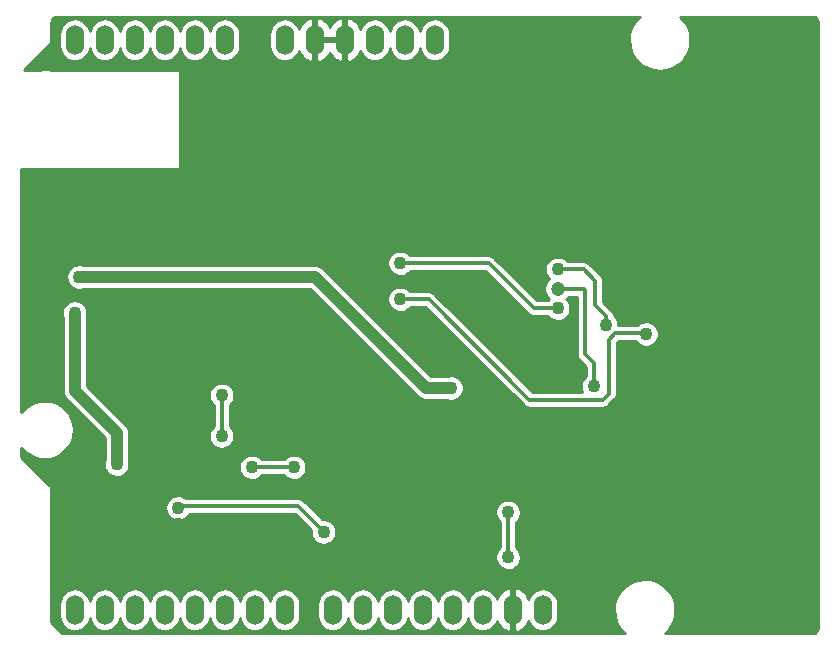
<source format=gbl>
G04 #@! TF.GenerationSoftware,KiCad,Pcbnew,no-vcs-found-7688~57~ubuntu16.04.1*
G04 #@! TF.CreationDate,2017-03-02T14:26:04+07:00*
G04 #@! TF.ProjectId,cellular,63656C6C756C61722E6B696361645F70,rev?*
G04 #@! TF.FileFunction,Copper,L2,Bot,Signal*
G04 #@! TF.FilePolarity,Positive*
%FSLAX46Y46*%
G04 Gerber Fmt 4.6, Leading zero omitted, Abs format (unit mm)*
G04 Created by KiCad (PCBNEW no-vcs-found-7688~57~ubuntu16.04.1) date Thu Mar  2 14:26:04 2017*
%MOMM*%
%LPD*%
G01*
G04 APERTURE LIST*
%ADD10C,0.100000*%
%ADD11O,1.524000X2.540000*%
%ADD12C,1.100000*%
%ADD13C,1.200000*%
%ADD14C,0.300000*%
%ADD15C,1.000000*%
%ADD16C,0.304800*%
%ADD17C,0.254000*%
G04 APERTURE END LIST*
D10*
D11*
X103505000Y-95250000D03*
X106045000Y-95250000D03*
X108585000Y-95250000D03*
X116205000Y-95250000D03*
X113665000Y-95250000D03*
X111125000Y-95250000D03*
X121285000Y-95250000D03*
X123825000Y-95250000D03*
X126365000Y-95250000D03*
X131445000Y-95250000D03*
X133985000Y-95250000D03*
X103505000Y-143510000D03*
X106045000Y-143510000D03*
X108585000Y-143510000D03*
X111125000Y-143510000D03*
X113665000Y-143510000D03*
X116205000Y-143510000D03*
X118745000Y-143510000D03*
X121285000Y-143510000D03*
X125349000Y-143510000D03*
X127889000Y-143510000D03*
X130429000Y-143510000D03*
X132969000Y-143510000D03*
X135509000Y-143510000D03*
X138049000Y-143510000D03*
X140589000Y-143510000D03*
X143129000Y-143510000D03*
X128905000Y-95250000D03*
D12*
X139573000Y-127127000D03*
X128524000Y-141097000D03*
X128270000Y-131191000D03*
X112268000Y-136271000D03*
X106680000Y-124587000D03*
X106680000Y-122555000D03*
X106680000Y-119634000D03*
X111633000Y-116840000D03*
X122047000Y-111252000D03*
X163068000Y-141351000D03*
X157734000Y-141351000D03*
X131192000Y-129158000D03*
X122809000Y-140462000D03*
X106045000Y-134239000D03*
X107061000Y-138176000D03*
X101600000Y-111252000D03*
X124079000Y-105918000D03*
X136906000Y-102362000D03*
X117475000Y-101600000D03*
X135382000Y-124714000D03*
X103505000Y-118364000D03*
X107061000Y-131191000D03*
X103886000Y-115316000D03*
D13*
X144399000Y-116332000D03*
D12*
X147447000Y-124587000D03*
X148463000Y-119380000D03*
X144399000Y-114681000D03*
X144399000Y-117983000D03*
X131064000Y-114173000D03*
X115951000Y-128778000D03*
X115951000Y-125349000D03*
X140208000Y-135255000D03*
X140208000Y-139065000D03*
X124587000Y-136906000D03*
X112268000Y-134874000D03*
X122047000Y-131445000D03*
X118491000Y-131445000D03*
X151892000Y-120142000D03*
X131064000Y-117221000D03*
D14*
X106680000Y-122555000D02*
X109601000Y-122555000D01*
X157734000Y-141351000D02*
X163068000Y-141351000D01*
X140589000Y-141732000D02*
X140081000Y-141224000D01*
X140081000Y-141224000D02*
X139954000Y-141097000D01*
X157734000Y-141351000D02*
X157184001Y-140801001D01*
X157184001Y-140801001D02*
X140503999Y-140801001D01*
X140503999Y-140801001D02*
X140081000Y-141224000D01*
X140589000Y-143510000D02*
X140589000Y-141732000D01*
X139954000Y-141097000D02*
X128524000Y-141097000D01*
X124079000Y-105918000D02*
X126365000Y-103632000D01*
X126365000Y-103632000D02*
X126365000Y-95250000D01*
X124079000Y-105918000D02*
X121793000Y-105918000D01*
X121793000Y-105918000D02*
X117475000Y-101600000D01*
X122047000Y-111252000D02*
X124079000Y-109220000D01*
X124079000Y-109220000D02*
X124079000Y-105918000D01*
X139573000Y-127127000D02*
X133350000Y-120904000D01*
X133350000Y-120904000D02*
X131699000Y-120904000D01*
X131699000Y-120904000D02*
X122047000Y-111252000D01*
X131192000Y-129158000D02*
X137542000Y-129158000D01*
X137542000Y-129158000D02*
X139573000Y-127127000D01*
X128270000Y-131191000D02*
X129159000Y-131191000D01*
X129159000Y-131191000D02*
X131192000Y-129158000D01*
X128524000Y-141097000D02*
X128524000Y-131445000D01*
X128524000Y-131445000D02*
X128270000Y-131191000D01*
X128524000Y-141097000D02*
X123444000Y-141097000D01*
X123444000Y-141097000D02*
X122809000Y-140462000D01*
X122809000Y-140462000D02*
X112268000Y-140462000D01*
X112268000Y-140462000D02*
X109347000Y-140462000D01*
X112268000Y-136271000D02*
X112268000Y-140462000D01*
X109347000Y-140462000D02*
X107061000Y-138176000D01*
X107061000Y-138176000D02*
X107061000Y-135255000D01*
X107061000Y-135255000D02*
X106045000Y-134239000D01*
X106045000Y-134239000D02*
X107823000Y-134239000D01*
X107823000Y-134239000D02*
X109601000Y-132461000D01*
X109601000Y-132461000D02*
X109601000Y-122555000D01*
X109601000Y-122555000D02*
X106680000Y-119634000D01*
X106680000Y-119634000D02*
X109474000Y-116840000D01*
X109474000Y-116840000D02*
X111633000Y-116840000D01*
D15*
X103886000Y-115316000D02*
X123825000Y-115316000D01*
X123825000Y-115316000D02*
X133223000Y-124714000D01*
X133223000Y-124714000D02*
X135382000Y-124714000D01*
D16*
X135282200Y-124614200D02*
X135382000Y-124714000D01*
D15*
X103505000Y-118364000D02*
X103505000Y-124968000D01*
X103505000Y-124968000D02*
X107061000Y-128524000D01*
X107061000Y-128524000D02*
X107061000Y-131191000D01*
D16*
X103678922Y-118364000D02*
X103505000Y-118364000D01*
X147447000Y-124587000D02*
X147484999Y-124549001D01*
X147484999Y-124549001D02*
X147484999Y-122637200D01*
X147484999Y-122637200D02*
X146685000Y-121837201D01*
X146685000Y-121837201D02*
X146685000Y-116427199D01*
X146685000Y-116427199D02*
X146589801Y-116332000D01*
X146589801Y-116332000D02*
X144399000Y-116332000D01*
X148463000Y-119380000D02*
X148463000Y-118602183D01*
X148463000Y-118602183D02*
X147574000Y-117713183D01*
X147574000Y-117713183D02*
X147574000Y-115665199D01*
X147574000Y-115665199D02*
X146589801Y-114681000D01*
X146589801Y-114681000D02*
X145885001Y-114681000D01*
X145885001Y-114681000D02*
X144399000Y-114681000D01*
X138557000Y-114173000D02*
X142367000Y-117983000D01*
X142367000Y-117983000D02*
X144399000Y-117983000D01*
X131064000Y-114173000D02*
X138557000Y-114173000D01*
X115951000Y-125349000D02*
X115951000Y-128778000D01*
X140208000Y-139065000D02*
X140208000Y-135255000D01*
X112268000Y-134874000D02*
X112268000Y-134747000D01*
X112268000Y-134747000D02*
X122428000Y-134747000D01*
X122428000Y-134747000D02*
X124587000Y-136906000D01*
X118491000Y-131445000D02*
X122047000Y-131445000D01*
X131064000Y-117221000D02*
X133477000Y-117221000D01*
X133477000Y-117221000D02*
X141986000Y-125730000D01*
X148717000Y-120650000D02*
X149261000Y-120106000D01*
X141986000Y-125730000D02*
X148209000Y-125730000D01*
X148209000Y-125730000D02*
X148717000Y-125222000D01*
X151856000Y-120106000D02*
X151892000Y-120142000D01*
X148717000Y-125222000D02*
X148717000Y-120650000D01*
X149261000Y-120106000D02*
X151856000Y-120106000D01*
D17*
G36*
X151158242Y-93437636D02*
X150841962Y-93836683D01*
X150609213Y-94289563D01*
X150468862Y-94779026D01*
X150426254Y-95286427D01*
X150483013Y-95792442D01*
X150636976Y-96277794D01*
X150882279Y-96723999D01*
X151209578Y-97114059D01*
X151606408Y-97433118D01*
X152057651Y-97669023D01*
X152546122Y-97812787D01*
X153053214Y-97858936D01*
X153559612Y-97805712D01*
X154046028Y-97655141D01*
X154493934Y-97412959D01*
X154886270Y-97088391D01*
X155208092Y-96693799D01*
X155447141Y-96244213D01*
X155594312Y-95756757D01*
X155644000Y-95250000D01*
X155642983Y-95177152D01*
X155579165Y-94671980D01*
X155418440Y-94188824D01*
X155166931Y-93746088D01*
X154834217Y-93360636D01*
X154739968Y-93287000D01*
X165960780Y-93287000D01*
X166073732Y-93298075D01*
X166155238Y-93322683D01*
X166230408Y-93362652D01*
X166296383Y-93416461D01*
X166350654Y-93482062D01*
X166391147Y-93556952D01*
X166416323Y-93638283D01*
X166428000Y-93749383D01*
X166428000Y-145005781D01*
X166416925Y-145118732D01*
X166392317Y-145200238D01*
X166352348Y-145275407D01*
X166298541Y-145341382D01*
X166232938Y-145395653D01*
X166158046Y-145436147D01*
X166076718Y-145461323D01*
X165965616Y-145473000D01*
X153465643Y-145473000D01*
X153616270Y-145348391D01*
X153938092Y-144953799D01*
X154177141Y-144504213D01*
X154324312Y-144016757D01*
X154374000Y-143510000D01*
X154372983Y-143437152D01*
X154309165Y-142931980D01*
X154148440Y-142448824D01*
X153896931Y-142006088D01*
X153564217Y-141620636D01*
X153162972Y-141307148D01*
X152708479Y-141077567D01*
X152218048Y-140940637D01*
X151710361Y-140901572D01*
X151204756Y-140961862D01*
X150720489Y-141119210D01*
X150276008Y-141367622D01*
X149888242Y-141697636D01*
X149571962Y-142096683D01*
X149339213Y-142549563D01*
X149198862Y-143039026D01*
X149156254Y-143546427D01*
X149213013Y-144052442D01*
X149366976Y-144537794D01*
X149612279Y-144983999D01*
X149939578Y-145374059D01*
X150062636Y-145473000D01*
X102474001Y-145473000D01*
X101542000Y-144540998D01*
X101542000Y-142993305D01*
X102216000Y-142993305D01*
X102216000Y-144026695D01*
X102240549Y-144277063D01*
X102313260Y-144517895D01*
X102431365Y-144740017D01*
X102590363Y-144934968D01*
X102784200Y-145095324D01*
X103005492Y-145214977D01*
X103245811Y-145289367D01*
X103496001Y-145315664D01*
X103746535Y-145292863D01*
X103987868Y-145221835D01*
X104210809Y-145105284D01*
X104406866Y-144947650D01*
X104568571Y-144754937D01*
X104689765Y-144534486D01*
X104765832Y-144294693D01*
X104774607Y-144216462D01*
X104780549Y-144277063D01*
X104853260Y-144517895D01*
X104971365Y-144740017D01*
X105130363Y-144934968D01*
X105324200Y-145095324D01*
X105545492Y-145214977D01*
X105785811Y-145289367D01*
X106036001Y-145315664D01*
X106286535Y-145292863D01*
X106527868Y-145221835D01*
X106750809Y-145105284D01*
X106946866Y-144947650D01*
X107108571Y-144754937D01*
X107229765Y-144534486D01*
X107305832Y-144294693D01*
X107314607Y-144216462D01*
X107320549Y-144277063D01*
X107393260Y-144517895D01*
X107511365Y-144740017D01*
X107670363Y-144934968D01*
X107864200Y-145095324D01*
X108085492Y-145214977D01*
X108325811Y-145289367D01*
X108576001Y-145315664D01*
X108826535Y-145292863D01*
X109067868Y-145221835D01*
X109290809Y-145105284D01*
X109486866Y-144947650D01*
X109648571Y-144754937D01*
X109769765Y-144534486D01*
X109845832Y-144294693D01*
X109854607Y-144216462D01*
X109860549Y-144277063D01*
X109933260Y-144517895D01*
X110051365Y-144740017D01*
X110210363Y-144934968D01*
X110404200Y-145095324D01*
X110625492Y-145214977D01*
X110865811Y-145289367D01*
X111116001Y-145315664D01*
X111366535Y-145292863D01*
X111607868Y-145221835D01*
X111830809Y-145105284D01*
X112026866Y-144947650D01*
X112188571Y-144754937D01*
X112309765Y-144534486D01*
X112385832Y-144294693D01*
X112394607Y-144216462D01*
X112400549Y-144277063D01*
X112473260Y-144517895D01*
X112591365Y-144740017D01*
X112750363Y-144934968D01*
X112944200Y-145095324D01*
X113165492Y-145214977D01*
X113405811Y-145289367D01*
X113656001Y-145315664D01*
X113906535Y-145292863D01*
X114147868Y-145221835D01*
X114370809Y-145105284D01*
X114566866Y-144947650D01*
X114728571Y-144754937D01*
X114849765Y-144534486D01*
X114925832Y-144294693D01*
X114934607Y-144216462D01*
X114940549Y-144277063D01*
X115013260Y-144517895D01*
X115131365Y-144740017D01*
X115290363Y-144934968D01*
X115484200Y-145095324D01*
X115705492Y-145214977D01*
X115945811Y-145289367D01*
X116196001Y-145315664D01*
X116446535Y-145292863D01*
X116687868Y-145221835D01*
X116910809Y-145105284D01*
X117106866Y-144947650D01*
X117268571Y-144754937D01*
X117389765Y-144534486D01*
X117465832Y-144294693D01*
X117474607Y-144216462D01*
X117480549Y-144277063D01*
X117553260Y-144517895D01*
X117671365Y-144740017D01*
X117830363Y-144934968D01*
X118024200Y-145095324D01*
X118245492Y-145214977D01*
X118485811Y-145289367D01*
X118736001Y-145315664D01*
X118986535Y-145292863D01*
X119227868Y-145221835D01*
X119450809Y-145105284D01*
X119646866Y-144947650D01*
X119808571Y-144754937D01*
X119929765Y-144534486D01*
X120005832Y-144294693D01*
X120014607Y-144216462D01*
X120020549Y-144277063D01*
X120093260Y-144517895D01*
X120211365Y-144740017D01*
X120370363Y-144934968D01*
X120564200Y-145095324D01*
X120785492Y-145214977D01*
X121025811Y-145289367D01*
X121276001Y-145315664D01*
X121526535Y-145292863D01*
X121767868Y-145221835D01*
X121990809Y-145105284D01*
X122186866Y-144947650D01*
X122348571Y-144754937D01*
X122469765Y-144534486D01*
X122545832Y-144294693D01*
X122573874Y-144044692D01*
X122574000Y-144026695D01*
X122574000Y-142993305D01*
X124060000Y-142993305D01*
X124060000Y-144026695D01*
X124084549Y-144277063D01*
X124157260Y-144517895D01*
X124275365Y-144740017D01*
X124434363Y-144934968D01*
X124628200Y-145095324D01*
X124849492Y-145214977D01*
X125089811Y-145289367D01*
X125340001Y-145315664D01*
X125590535Y-145292863D01*
X125831868Y-145221835D01*
X126054809Y-145105284D01*
X126250866Y-144947650D01*
X126412571Y-144754937D01*
X126533765Y-144534486D01*
X126609832Y-144294693D01*
X126618607Y-144216462D01*
X126624549Y-144277063D01*
X126697260Y-144517895D01*
X126815365Y-144740017D01*
X126974363Y-144934968D01*
X127168200Y-145095324D01*
X127389492Y-145214977D01*
X127629811Y-145289367D01*
X127880001Y-145315664D01*
X128130535Y-145292863D01*
X128371868Y-145221835D01*
X128594809Y-145105284D01*
X128790866Y-144947650D01*
X128952571Y-144754937D01*
X129073765Y-144534486D01*
X129149832Y-144294693D01*
X129158607Y-144216462D01*
X129164549Y-144277063D01*
X129237260Y-144517895D01*
X129355365Y-144740017D01*
X129514363Y-144934968D01*
X129708200Y-145095324D01*
X129929492Y-145214977D01*
X130169811Y-145289367D01*
X130420001Y-145315664D01*
X130670535Y-145292863D01*
X130911868Y-145221835D01*
X131134809Y-145105284D01*
X131330866Y-144947650D01*
X131492571Y-144754937D01*
X131613765Y-144534486D01*
X131689832Y-144294693D01*
X131698607Y-144216462D01*
X131704549Y-144277063D01*
X131777260Y-144517895D01*
X131895365Y-144740017D01*
X132054363Y-144934968D01*
X132248200Y-145095324D01*
X132469492Y-145214977D01*
X132709811Y-145289367D01*
X132960001Y-145315664D01*
X133210535Y-145292863D01*
X133451868Y-145221835D01*
X133674809Y-145105284D01*
X133870866Y-144947650D01*
X134032571Y-144754937D01*
X134153765Y-144534486D01*
X134229832Y-144294693D01*
X134238607Y-144216462D01*
X134244549Y-144277063D01*
X134317260Y-144517895D01*
X134435365Y-144740017D01*
X134594363Y-144934968D01*
X134788200Y-145095324D01*
X135009492Y-145214977D01*
X135249811Y-145289367D01*
X135500001Y-145315664D01*
X135750535Y-145292863D01*
X135991868Y-145221835D01*
X136214809Y-145105284D01*
X136410866Y-144947650D01*
X136572571Y-144754937D01*
X136693765Y-144534486D01*
X136769832Y-144294693D01*
X136778607Y-144216462D01*
X136784549Y-144277063D01*
X136857260Y-144517895D01*
X136975365Y-144740017D01*
X137134363Y-144934968D01*
X137328200Y-145095324D01*
X137549492Y-145214977D01*
X137789811Y-145289367D01*
X138040001Y-145315664D01*
X138290535Y-145292863D01*
X138531868Y-145221835D01*
X138754809Y-145105284D01*
X138950866Y-144947650D01*
X139112571Y-144754937D01*
X139233765Y-144534486D01*
X139259338Y-144453871D01*
X139346941Y-144669942D01*
X139497994Y-144899729D01*
X139690974Y-145095632D01*
X139918465Y-145250122D01*
X140171724Y-145357262D01*
X140245930Y-145372220D01*
X140462000Y-145249720D01*
X140462000Y-143637000D01*
X140442000Y-143637000D01*
X140442000Y-143383000D01*
X140462000Y-143383000D01*
X140462000Y-141770280D01*
X140716000Y-141770280D01*
X140716000Y-143383000D01*
X140736000Y-143383000D01*
X140736000Y-143637000D01*
X140716000Y-143637000D01*
X140716000Y-145249720D01*
X140932070Y-145372220D01*
X141006276Y-145357262D01*
X141259535Y-145250122D01*
X141487026Y-145095632D01*
X141680006Y-144899729D01*
X141831059Y-144669942D01*
X141918243Y-144454906D01*
X141937260Y-144517895D01*
X142055365Y-144740017D01*
X142214363Y-144934968D01*
X142408200Y-145095324D01*
X142629492Y-145214977D01*
X142869811Y-145289367D01*
X143120001Y-145315664D01*
X143370535Y-145292863D01*
X143611868Y-145221835D01*
X143834809Y-145105284D01*
X144030866Y-144947650D01*
X144192571Y-144754937D01*
X144313765Y-144534486D01*
X144389832Y-144294693D01*
X144417874Y-144044692D01*
X144418000Y-144026695D01*
X144418000Y-142993305D01*
X144393451Y-142742937D01*
X144320740Y-142502105D01*
X144202635Y-142279983D01*
X144043637Y-142085032D01*
X143849800Y-141924676D01*
X143628508Y-141805023D01*
X143388189Y-141730633D01*
X143137999Y-141704336D01*
X142887465Y-141727137D01*
X142646132Y-141798165D01*
X142423191Y-141914716D01*
X142227134Y-142072350D01*
X142065429Y-142265063D01*
X141944235Y-142485514D01*
X141918662Y-142566129D01*
X141831059Y-142350058D01*
X141680006Y-142120271D01*
X141487026Y-141924368D01*
X141259535Y-141769878D01*
X141006276Y-141662738D01*
X140932070Y-141647780D01*
X140716000Y-141770280D01*
X140462000Y-141770280D01*
X140245930Y-141647780D01*
X140171724Y-141662738D01*
X139918465Y-141769878D01*
X139690974Y-141924368D01*
X139497994Y-142120271D01*
X139346941Y-142350058D01*
X139259757Y-142565094D01*
X139240740Y-142502105D01*
X139122635Y-142279983D01*
X138963637Y-142085032D01*
X138769800Y-141924676D01*
X138548508Y-141805023D01*
X138308189Y-141730633D01*
X138057999Y-141704336D01*
X137807465Y-141727137D01*
X137566132Y-141798165D01*
X137343191Y-141914716D01*
X137147134Y-142072350D01*
X136985429Y-142265063D01*
X136864235Y-142485514D01*
X136788168Y-142725307D01*
X136779393Y-142803538D01*
X136773451Y-142742937D01*
X136700740Y-142502105D01*
X136582635Y-142279983D01*
X136423637Y-142085032D01*
X136229800Y-141924676D01*
X136008508Y-141805023D01*
X135768189Y-141730633D01*
X135517999Y-141704336D01*
X135267465Y-141727137D01*
X135026132Y-141798165D01*
X134803191Y-141914716D01*
X134607134Y-142072350D01*
X134445429Y-142265063D01*
X134324235Y-142485514D01*
X134248168Y-142725307D01*
X134239393Y-142803538D01*
X134233451Y-142742937D01*
X134160740Y-142502105D01*
X134042635Y-142279983D01*
X133883637Y-142085032D01*
X133689800Y-141924676D01*
X133468508Y-141805023D01*
X133228189Y-141730633D01*
X132977999Y-141704336D01*
X132727465Y-141727137D01*
X132486132Y-141798165D01*
X132263191Y-141914716D01*
X132067134Y-142072350D01*
X131905429Y-142265063D01*
X131784235Y-142485514D01*
X131708168Y-142725307D01*
X131699393Y-142803538D01*
X131693451Y-142742937D01*
X131620740Y-142502105D01*
X131502635Y-142279983D01*
X131343637Y-142085032D01*
X131149800Y-141924676D01*
X130928508Y-141805023D01*
X130688189Y-141730633D01*
X130437999Y-141704336D01*
X130187465Y-141727137D01*
X129946132Y-141798165D01*
X129723191Y-141914716D01*
X129527134Y-142072350D01*
X129365429Y-142265063D01*
X129244235Y-142485514D01*
X129168168Y-142725307D01*
X129159393Y-142803538D01*
X129153451Y-142742937D01*
X129080740Y-142502105D01*
X128962635Y-142279983D01*
X128803637Y-142085032D01*
X128609800Y-141924676D01*
X128388508Y-141805023D01*
X128148189Y-141730633D01*
X127897999Y-141704336D01*
X127647465Y-141727137D01*
X127406132Y-141798165D01*
X127183191Y-141914716D01*
X126987134Y-142072350D01*
X126825429Y-142265063D01*
X126704235Y-142485514D01*
X126628168Y-142725307D01*
X126619393Y-142803538D01*
X126613451Y-142742937D01*
X126540740Y-142502105D01*
X126422635Y-142279983D01*
X126263637Y-142085032D01*
X126069800Y-141924676D01*
X125848508Y-141805023D01*
X125608189Y-141730633D01*
X125357999Y-141704336D01*
X125107465Y-141727137D01*
X124866132Y-141798165D01*
X124643191Y-141914716D01*
X124447134Y-142072350D01*
X124285429Y-142265063D01*
X124164235Y-142485514D01*
X124088168Y-142725307D01*
X124060126Y-142975308D01*
X124060000Y-142993305D01*
X122574000Y-142993305D01*
X122549451Y-142742937D01*
X122476740Y-142502105D01*
X122358635Y-142279983D01*
X122199637Y-142085032D01*
X122005800Y-141924676D01*
X121784508Y-141805023D01*
X121544189Y-141730633D01*
X121293999Y-141704336D01*
X121043465Y-141727137D01*
X120802132Y-141798165D01*
X120579191Y-141914716D01*
X120383134Y-142072350D01*
X120221429Y-142265063D01*
X120100235Y-142485514D01*
X120024168Y-142725307D01*
X120015393Y-142803538D01*
X120009451Y-142742937D01*
X119936740Y-142502105D01*
X119818635Y-142279983D01*
X119659637Y-142085032D01*
X119465800Y-141924676D01*
X119244508Y-141805023D01*
X119004189Y-141730633D01*
X118753999Y-141704336D01*
X118503465Y-141727137D01*
X118262132Y-141798165D01*
X118039191Y-141914716D01*
X117843134Y-142072350D01*
X117681429Y-142265063D01*
X117560235Y-142485514D01*
X117484168Y-142725307D01*
X117475393Y-142803538D01*
X117469451Y-142742937D01*
X117396740Y-142502105D01*
X117278635Y-142279983D01*
X117119637Y-142085032D01*
X116925800Y-141924676D01*
X116704508Y-141805023D01*
X116464189Y-141730633D01*
X116213999Y-141704336D01*
X115963465Y-141727137D01*
X115722132Y-141798165D01*
X115499191Y-141914716D01*
X115303134Y-142072350D01*
X115141429Y-142265063D01*
X115020235Y-142485514D01*
X114944168Y-142725307D01*
X114935393Y-142803538D01*
X114929451Y-142742937D01*
X114856740Y-142502105D01*
X114738635Y-142279983D01*
X114579637Y-142085032D01*
X114385800Y-141924676D01*
X114164508Y-141805023D01*
X113924189Y-141730633D01*
X113673999Y-141704336D01*
X113423465Y-141727137D01*
X113182132Y-141798165D01*
X112959191Y-141914716D01*
X112763134Y-142072350D01*
X112601429Y-142265063D01*
X112480235Y-142485514D01*
X112404168Y-142725307D01*
X112395393Y-142803538D01*
X112389451Y-142742937D01*
X112316740Y-142502105D01*
X112198635Y-142279983D01*
X112039637Y-142085032D01*
X111845800Y-141924676D01*
X111624508Y-141805023D01*
X111384189Y-141730633D01*
X111133999Y-141704336D01*
X110883465Y-141727137D01*
X110642132Y-141798165D01*
X110419191Y-141914716D01*
X110223134Y-142072350D01*
X110061429Y-142265063D01*
X109940235Y-142485514D01*
X109864168Y-142725307D01*
X109855393Y-142803538D01*
X109849451Y-142742937D01*
X109776740Y-142502105D01*
X109658635Y-142279983D01*
X109499637Y-142085032D01*
X109305800Y-141924676D01*
X109084508Y-141805023D01*
X108844189Y-141730633D01*
X108593999Y-141704336D01*
X108343465Y-141727137D01*
X108102132Y-141798165D01*
X107879191Y-141914716D01*
X107683134Y-142072350D01*
X107521429Y-142265063D01*
X107400235Y-142485514D01*
X107324168Y-142725307D01*
X107315393Y-142803538D01*
X107309451Y-142742937D01*
X107236740Y-142502105D01*
X107118635Y-142279983D01*
X106959637Y-142085032D01*
X106765800Y-141924676D01*
X106544508Y-141805023D01*
X106304189Y-141730633D01*
X106053999Y-141704336D01*
X105803465Y-141727137D01*
X105562132Y-141798165D01*
X105339191Y-141914716D01*
X105143134Y-142072350D01*
X104981429Y-142265063D01*
X104860235Y-142485514D01*
X104784168Y-142725307D01*
X104775393Y-142803538D01*
X104769451Y-142742937D01*
X104696740Y-142502105D01*
X104578635Y-142279983D01*
X104419637Y-142085032D01*
X104225800Y-141924676D01*
X104004508Y-141805023D01*
X103764189Y-141730633D01*
X103513999Y-141704336D01*
X103263465Y-141727137D01*
X103022132Y-141798165D01*
X102799191Y-141914716D01*
X102603134Y-142072350D01*
X102441429Y-142265063D01*
X102320235Y-142485514D01*
X102244168Y-142725307D01*
X102216126Y-142975308D01*
X102216000Y-142993305D01*
X101542000Y-142993305D01*
X101542000Y-134964557D01*
X111189584Y-134964557D01*
X111227712Y-135172298D01*
X111305464Y-135368676D01*
X111419878Y-135546213D01*
X111566598Y-135698145D01*
X111740033Y-135818686D01*
X111933578Y-135903244D01*
X112139862Y-135948598D01*
X112351026Y-135953021D01*
X112559028Y-135916345D01*
X112755945Y-135839966D01*
X112934276Y-135726794D01*
X113087228Y-135581139D01*
X113196384Y-135426400D01*
X122146584Y-135426400D01*
X123511451Y-136791267D01*
X123508584Y-136996557D01*
X123546712Y-137204298D01*
X123624464Y-137400676D01*
X123738878Y-137578213D01*
X123885598Y-137730145D01*
X124059033Y-137850686D01*
X124252578Y-137935244D01*
X124458862Y-137980598D01*
X124670026Y-137985021D01*
X124878028Y-137948345D01*
X125074945Y-137871966D01*
X125253276Y-137758794D01*
X125406228Y-137613139D01*
X125527977Y-137440549D01*
X125613884Y-137247599D01*
X125660677Y-137041637D01*
X125664046Y-136800395D01*
X125623022Y-136593207D01*
X125542536Y-136397933D01*
X125425653Y-136222011D01*
X125276827Y-136072142D01*
X125101726Y-135954035D01*
X124907019Y-135872187D01*
X124700122Y-135829717D01*
X124488916Y-135828243D01*
X124473080Y-135831264D01*
X123987373Y-135345557D01*
X139129584Y-135345557D01*
X139167712Y-135553298D01*
X139245464Y-135749676D01*
X139359878Y-135927213D01*
X139506598Y-136079145D01*
X139528600Y-136094437D01*
X139528600Y-138222847D01*
X139378978Y-138369368D01*
X139259651Y-138543641D01*
X139176447Y-138737772D01*
X139132533Y-138944367D01*
X139129584Y-139155557D01*
X139167712Y-139363298D01*
X139245464Y-139559676D01*
X139359878Y-139737213D01*
X139506598Y-139889145D01*
X139680033Y-140009686D01*
X139873578Y-140094244D01*
X140079862Y-140139598D01*
X140291026Y-140144021D01*
X140499028Y-140107345D01*
X140695945Y-140030966D01*
X140874276Y-139917794D01*
X141027228Y-139772139D01*
X141148977Y-139599549D01*
X141234884Y-139406599D01*
X141281677Y-139200637D01*
X141285046Y-138959395D01*
X141244022Y-138752207D01*
X141163536Y-138556933D01*
X141046653Y-138381011D01*
X140897827Y-138231142D01*
X140887400Y-138224109D01*
X140887400Y-136095296D01*
X141027228Y-135962139D01*
X141148977Y-135789549D01*
X141234884Y-135596599D01*
X141281677Y-135390637D01*
X141285046Y-135149395D01*
X141244022Y-134942207D01*
X141163536Y-134746933D01*
X141046653Y-134571011D01*
X140897827Y-134421142D01*
X140722726Y-134303035D01*
X140528019Y-134221187D01*
X140321122Y-134178717D01*
X140109916Y-134177243D01*
X139902447Y-134216820D01*
X139706616Y-134295941D01*
X139529882Y-134411592D01*
X139378978Y-134559368D01*
X139259651Y-134733641D01*
X139176447Y-134927772D01*
X139132533Y-135134367D01*
X139129584Y-135345557D01*
X123987373Y-135345557D01*
X122908408Y-134266592D01*
X122859939Y-134226779D01*
X122811839Y-134186418D01*
X122808707Y-134184696D01*
X122805947Y-134182429D01*
X122750643Y-134152775D01*
X122695644Y-134122539D01*
X122692239Y-134121459D01*
X122689091Y-134119771D01*
X122629059Y-134101418D01*
X122569255Y-134082447D01*
X122565707Y-134082049D01*
X122562289Y-134081004D01*
X122499887Y-134074666D01*
X122437486Y-134067666D01*
X122430494Y-134067617D01*
X122430372Y-134067605D01*
X122430259Y-134067616D01*
X122428000Y-134067600D01*
X112985094Y-134067600D01*
X112957827Y-134040142D01*
X112782726Y-133922035D01*
X112588019Y-133840187D01*
X112381122Y-133797717D01*
X112169916Y-133796243D01*
X111962447Y-133835820D01*
X111766616Y-133914941D01*
X111589882Y-134030592D01*
X111438978Y-134178368D01*
X111319651Y-134352641D01*
X111236447Y-134546772D01*
X111192533Y-134753367D01*
X111189584Y-134964557D01*
X101542000Y-134964557D01*
X101542000Y-133350000D01*
X101536795Y-133296913D01*
X101532153Y-133243860D01*
X101531307Y-133240949D01*
X101531011Y-133237927D01*
X101515598Y-133186877D01*
X101500736Y-133135720D01*
X101499340Y-133133027D01*
X101498463Y-133130122D01*
X101473414Y-133083012D01*
X101448912Y-133035743D01*
X101447023Y-133033376D01*
X101445596Y-133030693D01*
X101411891Y-132989368D01*
X101378657Y-132947735D01*
X101374492Y-132943512D01*
X101374422Y-132943426D01*
X101374342Y-132943360D01*
X101373000Y-132941999D01*
X99002000Y-130570998D01*
X99002000Y-129773466D01*
X99228436Y-130043321D01*
X99605948Y-130346849D01*
X100035226Y-130571270D01*
X100499920Y-130708037D01*
X100982327Y-130751940D01*
X101464075Y-130701306D01*
X101926814Y-130558064D01*
X102352917Y-130327671D01*
X102726155Y-130018902D01*
X103032311Y-129643518D01*
X103259723Y-129215817D01*
X103399731Y-128752090D01*
X103447000Y-128270000D01*
X103446032Y-128200698D01*
X103385321Y-127720117D01*
X103232420Y-127260480D01*
X102993154Y-126839295D01*
X102676636Y-126472605D01*
X102294922Y-126174378D01*
X101862552Y-125955972D01*
X101395995Y-125825707D01*
X100913021Y-125788544D01*
X100432027Y-125845899D01*
X99971334Y-125995588D01*
X99548489Y-126231908D01*
X99179599Y-126545858D01*
X99002000Y-126769932D01*
X99002000Y-118454557D01*
X102426584Y-118454557D01*
X102464712Y-118662298D01*
X102478000Y-118695859D01*
X102478000Y-124968000D01*
X102487259Y-125062426D01*
X102495525Y-125156918D01*
X102497032Y-125162106D01*
X102497559Y-125167479D01*
X102524975Y-125258287D01*
X102551445Y-125349395D01*
X102553930Y-125354190D01*
X102555491Y-125359359D01*
X102600008Y-125443084D01*
X102643685Y-125527345D01*
X102647057Y-125531569D01*
X102649590Y-125536333D01*
X102709510Y-125609802D01*
X102768733Y-125683989D01*
X102776150Y-125691510D01*
X102776271Y-125691659D01*
X102776408Y-125691773D01*
X102778801Y-125694199D01*
X106034000Y-128949397D01*
X106034000Y-130853149D01*
X106029447Y-130863772D01*
X105985533Y-131070367D01*
X105982584Y-131281557D01*
X106020712Y-131489298D01*
X106098464Y-131685676D01*
X106212878Y-131863213D01*
X106359598Y-132015145D01*
X106533033Y-132135686D01*
X106726578Y-132220244D01*
X106932862Y-132265598D01*
X107144026Y-132270021D01*
X107352028Y-132233345D01*
X107548945Y-132156966D01*
X107727276Y-132043794D01*
X107880228Y-131898139D01*
X108001977Y-131725549D01*
X108086567Y-131535557D01*
X117412584Y-131535557D01*
X117450712Y-131743298D01*
X117528464Y-131939676D01*
X117642878Y-132117213D01*
X117789598Y-132269145D01*
X117963033Y-132389686D01*
X118156578Y-132474244D01*
X118362862Y-132519598D01*
X118574026Y-132524021D01*
X118782028Y-132487345D01*
X118978945Y-132410966D01*
X119157276Y-132297794D01*
X119310228Y-132152139D01*
X119329796Y-132124400D01*
X121205818Y-132124400D01*
X121345598Y-132269145D01*
X121519033Y-132389686D01*
X121712578Y-132474244D01*
X121918862Y-132519598D01*
X122130026Y-132524021D01*
X122338028Y-132487345D01*
X122534945Y-132410966D01*
X122713276Y-132297794D01*
X122866228Y-132152139D01*
X122987977Y-131979549D01*
X123073884Y-131786599D01*
X123120677Y-131580637D01*
X123124046Y-131339395D01*
X123083022Y-131132207D01*
X123002536Y-130936933D01*
X122885653Y-130761011D01*
X122736827Y-130611142D01*
X122561726Y-130493035D01*
X122367019Y-130411187D01*
X122160122Y-130368717D01*
X121948916Y-130367243D01*
X121741447Y-130406820D01*
X121545616Y-130485941D01*
X121368882Y-130601592D01*
X121217978Y-130749368D01*
X121206864Y-130765600D01*
X119332702Y-130765600D01*
X119329653Y-130761011D01*
X119180827Y-130611142D01*
X119005726Y-130493035D01*
X118811019Y-130411187D01*
X118604122Y-130368717D01*
X118392916Y-130367243D01*
X118185447Y-130406820D01*
X117989616Y-130485941D01*
X117812882Y-130601592D01*
X117661978Y-130749368D01*
X117542651Y-130923641D01*
X117459447Y-131117772D01*
X117415533Y-131324367D01*
X117412584Y-131535557D01*
X108086567Y-131535557D01*
X108087884Y-131532599D01*
X108134677Y-131326637D01*
X108138046Y-131085395D01*
X108097022Y-130878207D01*
X108088000Y-130856318D01*
X108088000Y-128524000D01*
X108078742Y-128429578D01*
X108070475Y-128335081D01*
X108068968Y-128329893D01*
X108068441Y-128324521D01*
X108041014Y-128233679D01*
X108014554Y-128142605D01*
X108012071Y-128137815D01*
X108010509Y-128132641D01*
X107965952Y-128048841D01*
X107922314Y-127964655D01*
X107918945Y-127960435D01*
X107916410Y-127955667D01*
X107856468Y-127882171D01*
X107797267Y-127808011D01*
X107789854Y-127800494D01*
X107789729Y-127800341D01*
X107789587Y-127800224D01*
X107787198Y-127797801D01*
X105428955Y-125439557D01*
X114872584Y-125439557D01*
X114910712Y-125647298D01*
X114988464Y-125843676D01*
X115102878Y-126021213D01*
X115249598Y-126173145D01*
X115271600Y-126188437D01*
X115271600Y-127935847D01*
X115121978Y-128082368D01*
X115002651Y-128256641D01*
X114919447Y-128450772D01*
X114875533Y-128657367D01*
X114872584Y-128868557D01*
X114910712Y-129076298D01*
X114988464Y-129272676D01*
X115102878Y-129450213D01*
X115249598Y-129602145D01*
X115423033Y-129722686D01*
X115616578Y-129807244D01*
X115822862Y-129852598D01*
X116034026Y-129857021D01*
X116242028Y-129820345D01*
X116438945Y-129743966D01*
X116617276Y-129630794D01*
X116770228Y-129485139D01*
X116891977Y-129312549D01*
X116977884Y-129119599D01*
X117024677Y-128913637D01*
X117028046Y-128672395D01*
X116987022Y-128465207D01*
X116906536Y-128269933D01*
X116789653Y-128094011D01*
X116640827Y-127944142D01*
X116630400Y-127937109D01*
X116630400Y-126189296D01*
X116770228Y-126056139D01*
X116891977Y-125883549D01*
X116977884Y-125690599D01*
X117024677Y-125484637D01*
X117028046Y-125243395D01*
X116987022Y-125036207D01*
X116906536Y-124840933D01*
X116789653Y-124665011D01*
X116640827Y-124515142D01*
X116465726Y-124397035D01*
X116271019Y-124315187D01*
X116064122Y-124272717D01*
X115852916Y-124271243D01*
X115645447Y-124310820D01*
X115449616Y-124389941D01*
X115272882Y-124505592D01*
X115121978Y-124653368D01*
X115002651Y-124827641D01*
X114919447Y-125021772D01*
X114875533Y-125228367D01*
X114872584Y-125439557D01*
X105428955Y-125439557D01*
X104532000Y-124542602D01*
X104532000Y-118705088D01*
X104578677Y-118499637D01*
X104582046Y-118258395D01*
X104541022Y-118051207D01*
X104460536Y-117855933D01*
X104343653Y-117680011D01*
X104194827Y-117530142D01*
X104019726Y-117412035D01*
X103825019Y-117330187D01*
X103618122Y-117287717D01*
X103406916Y-117286243D01*
X103199447Y-117325820D01*
X103003616Y-117404941D01*
X102826882Y-117520592D01*
X102675978Y-117668368D01*
X102556651Y-117842641D01*
X102473447Y-118036772D01*
X102429533Y-118243367D01*
X102426584Y-118454557D01*
X99002000Y-118454557D01*
X99002000Y-115406557D01*
X102807584Y-115406557D01*
X102845712Y-115614298D01*
X102923464Y-115810676D01*
X103037878Y-115988213D01*
X103184598Y-116140145D01*
X103358033Y-116260686D01*
X103551578Y-116345244D01*
X103757862Y-116390598D01*
X103969026Y-116395021D01*
X104177028Y-116358345D01*
X104216590Y-116343000D01*
X123399602Y-116343000D01*
X132496801Y-125440199D01*
X132570118Y-125500421D01*
X132642779Y-125561392D01*
X132647515Y-125563995D01*
X132651685Y-125567421D01*
X132735286Y-125612248D01*
X132818422Y-125657952D01*
X132823567Y-125659584D01*
X132828328Y-125662137D01*
X132919032Y-125689868D01*
X133009475Y-125718558D01*
X133014846Y-125719160D01*
X133020006Y-125720738D01*
X133114307Y-125730317D01*
X133208661Y-125740900D01*
X133219225Y-125740974D01*
X133219415Y-125740993D01*
X133219592Y-125740976D01*
X133223000Y-125741000D01*
X135042442Y-125741000D01*
X135047578Y-125743244D01*
X135253862Y-125788598D01*
X135465026Y-125793021D01*
X135673028Y-125756345D01*
X135869945Y-125679966D01*
X136048276Y-125566794D01*
X136201228Y-125421139D01*
X136322977Y-125248549D01*
X136408884Y-125055599D01*
X136455677Y-124849637D01*
X136459046Y-124608395D01*
X136418022Y-124401207D01*
X136337536Y-124205933D01*
X136220653Y-124030011D01*
X136071827Y-123880142D01*
X135896726Y-123762035D01*
X135702019Y-123680187D01*
X135495122Y-123637717D01*
X135283916Y-123636243D01*
X135076447Y-123675820D01*
X135048776Y-123687000D01*
X133648398Y-123687000D01*
X124551199Y-114589801D01*
X124477882Y-114529579D01*
X124405221Y-114468608D01*
X124400485Y-114466005D01*
X124396315Y-114462579D01*
X124312714Y-114417752D01*
X124229578Y-114372048D01*
X124224433Y-114370416D01*
X124219672Y-114367863D01*
X124128968Y-114340132D01*
X124038525Y-114311442D01*
X124033154Y-114310840D01*
X124027994Y-114309262D01*
X123933693Y-114299683D01*
X123839339Y-114289100D01*
X123828775Y-114289026D01*
X123828585Y-114289007D01*
X123828408Y-114289024D01*
X123825000Y-114289000D01*
X104222226Y-114289000D01*
X104206019Y-114282187D01*
X104115262Y-114263557D01*
X129985584Y-114263557D01*
X130023712Y-114471298D01*
X130101464Y-114667676D01*
X130215878Y-114845213D01*
X130362598Y-114997145D01*
X130536033Y-115117686D01*
X130729578Y-115202244D01*
X130935862Y-115247598D01*
X131147026Y-115252021D01*
X131355028Y-115215345D01*
X131551945Y-115138966D01*
X131730276Y-115025794D01*
X131883228Y-114880139D01*
X131902796Y-114852400D01*
X138275584Y-114852400D01*
X141886592Y-118463409D01*
X141935090Y-118503246D01*
X141983161Y-118543582D01*
X141986293Y-118545304D01*
X141989053Y-118547571D01*
X142044338Y-118577214D01*
X142099356Y-118607461D01*
X142102764Y-118608542D01*
X142105910Y-118610229D01*
X142165968Y-118628591D01*
X142225745Y-118647553D01*
X142229288Y-118647950D01*
X142232711Y-118648997D01*
X142295159Y-118655339D01*
X142357514Y-118662334D01*
X142364507Y-118662383D01*
X142364629Y-118662395D01*
X142364742Y-118662384D01*
X142367000Y-118662400D01*
X143557818Y-118662400D01*
X143697598Y-118807145D01*
X143871033Y-118927686D01*
X144064578Y-119012244D01*
X144270862Y-119057598D01*
X144482026Y-119062021D01*
X144690028Y-119025345D01*
X144886945Y-118948966D01*
X145065276Y-118835794D01*
X145218228Y-118690139D01*
X145339977Y-118517549D01*
X145425884Y-118324599D01*
X145472677Y-118118637D01*
X145476046Y-117877395D01*
X145435022Y-117670207D01*
X145354536Y-117474933D01*
X145237653Y-117299011D01*
X145130817Y-117191427D01*
X145256261Y-117071968D01*
X145298987Y-117011400D01*
X146005600Y-117011400D01*
X146005600Y-121837201D01*
X146011725Y-121899669D01*
X146017194Y-121962177D01*
X146018190Y-121965606D01*
X146018539Y-121969164D01*
X146036690Y-122029285D01*
X146054187Y-122089509D01*
X146055830Y-122092679D01*
X146056863Y-122096100D01*
X146086348Y-122151554D01*
X146115208Y-122207229D01*
X146117434Y-122210018D01*
X146119113Y-122213175D01*
X146158779Y-122261810D01*
X146197931Y-122310855D01*
X146202836Y-122315829D01*
X146202918Y-122315929D01*
X146203011Y-122316006D01*
X146204592Y-122317609D01*
X146805599Y-122918617D01*
X146805599Y-123719565D01*
X146768882Y-123743592D01*
X146617978Y-123891368D01*
X146498651Y-124065641D01*
X146415447Y-124259772D01*
X146371533Y-124466367D01*
X146368584Y-124677557D01*
X146406712Y-124885298D01*
X146472160Y-125050600D01*
X142267416Y-125050600D01*
X133957408Y-116740592D01*
X133908939Y-116700779D01*
X133860839Y-116660418D01*
X133857707Y-116658696D01*
X133854947Y-116656429D01*
X133799643Y-116626775D01*
X133744644Y-116596539D01*
X133741239Y-116595459D01*
X133738091Y-116593771D01*
X133678059Y-116575418D01*
X133618255Y-116556447D01*
X133614707Y-116556049D01*
X133611289Y-116555004D01*
X133548887Y-116548666D01*
X133486486Y-116541666D01*
X133479494Y-116541617D01*
X133479372Y-116541605D01*
X133479259Y-116541616D01*
X133477000Y-116541600D01*
X131905702Y-116541600D01*
X131902653Y-116537011D01*
X131753827Y-116387142D01*
X131578726Y-116269035D01*
X131384019Y-116187187D01*
X131177122Y-116144717D01*
X130965916Y-116143243D01*
X130758447Y-116182820D01*
X130562616Y-116261941D01*
X130385882Y-116377592D01*
X130234978Y-116525368D01*
X130115651Y-116699641D01*
X130032447Y-116893772D01*
X129988533Y-117100367D01*
X129985584Y-117311557D01*
X130023712Y-117519298D01*
X130101464Y-117715676D01*
X130215878Y-117893213D01*
X130362598Y-118045145D01*
X130536033Y-118165686D01*
X130729578Y-118250244D01*
X130935862Y-118295598D01*
X131147026Y-118300021D01*
X131355028Y-118263345D01*
X131551945Y-118186966D01*
X131730276Y-118073794D01*
X131883228Y-117928139D01*
X131902796Y-117900400D01*
X133195584Y-117900400D01*
X141505592Y-126210408D01*
X141554061Y-126250221D01*
X141602161Y-126290582D01*
X141605293Y-126292304D01*
X141608053Y-126294571D01*
X141663357Y-126324225D01*
X141718356Y-126354461D01*
X141721761Y-126355541D01*
X141724909Y-126357229D01*
X141784941Y-126375582D01*
X141844745Y-126394553D01*
X141848293Y-126394951D01*
X141851711Y-126395996D01*
X141914113Y-126402334D01*
X141976514Y-126409334D01*
X141983506Y-126409383D01*
X141983628Y-126409395D01*
X141983741Y-126409384D01*
X141986000Y-126409400D01*
X148209000Y-126409400D01*
X148271468Y-126403275D01*
X148333976Y-126397806D01*
X148337405Y-126396810D01*
X148340963Y-126396461D01*
X148401084Y-126378310D01*
X148461308Y-126360813D01*
X148464478Y-126359170D01*
X148467899Y-126358137D01*
X148523353Y-126328652D01*
X148579028Y-126299792D01*
X148581817Y-126297566D01*
X148584974Y-126295887D01*
X148633609Y-126256221D01*
X148682654Y-126217069D01*
X148687628Y-126212164D01*
X148687728Y-126212082D01*
X148687805Y-126211989D01*
X148689408Y-126210408D01*
X149197408Y-125702409D01*
X149237260Y-125653893D01*
X149277582Y-125605839D01*
X149279302Y-125602710D01*
X149281571Y-125599948D01*
X149311236Y-125544623D01*
X149341461Y-125489644D01*
X149342541Y-125486239D01*
X149344229Y-125483091D01*
X149362582Y-125423059D01*
X149381553Y-125363255D01*
X149381951Y-125359707D01*
X149382996Y-125356289D01*
X149389334Y-125293887D01*
X149396334Y-125231486D01*
X149396383Y-125224494D01*
X149396395Y-125224372D01*
X149396384Y-125224259D01*
X149396400Y-125222000D01*
X149396400Y-120931416D01*
X149542416Y-120785400D01*
X151025309Y-120785400D01*
X151043878Y-120814213D01*
X151190598Y-120966145D01*
X151364033Y-121086686D01*
X151557578Y-121171244D01*
X151763862Y-121216598D01*
X151975026Y-121221021D01*
X152183028Y-121184345D01*
X152379945Y-121107966D01*
X152558276Y-120994794D01*
X152711228Y-120849139D01*
X152832977Y-120676549D01*
X152918884Y-120483599D01*
X152965677Y-120277637D01*
X152969046Y-120036395D01*
X152928022Y-119829207D01*
X152847536Y-119633933D01*
X152730653Y-119458011D01*
X152581827Y-119308142D01*
X152406726Y-119190035D01*
X152212019Y-119108187D01*
X152005122Y-119065717D01*
X151793916Y-119064243D01*
X151586447Y-119103820D01*
X151390616Y-119182941D01*
X151213882Y-119298592D01*
X151083164Y-119426600D01*
X149537920Y-119426600D01*
X149540046Y-119274395D01*
X149499022Y-119067207D01*
X149418536Y-118871933D01*
X149301653Y-118696011D01*
X149152827Y-118546142D01*
X149135835Y-118534681D01*
X149130807Y-118477207D01*
X149129809Y-118473773D01*
X149129461Y-118470220D01*
X149111336Y-118410187D01*
X149093814Y-118349875D01*
X149092169Y-118346701D01*
X149091137Y-118343284D01*
X149061660Y-118287845D01*
X149032792Y-118232156D01*
X149030567Y-118229369D01*
X149028887Y-118226209D01*
X148989203Y-118177552D01*
X148950069Y-118128529D01*
X148945164Y-118123555D01*
X148945082Y-118123455D01*
X148944989Y-118123378D01*
X148943408Y-118121775D01*
X148253400Y-117431767D01*
X148253400Y-115665199D01*
X148247280Y-115602780D01*
X148241807Y-115540223D01*
X148240809Y-115536789D01*
X148240461Y-115533236D01*
X148222332Y-115473190D01*
X148204814Y-115412892D01*
X148203169Y-115409719D01*
X148202137Y-115406300D01*
X148172671Y-115350882D01*
X148143793Y-115295172D01*
X148141565Y-115292381D01*
X148139887Y-115289225D01*
X148100250Y-115240626D01*
X148061070Y-115191545D01*
X148056159Y-115186566D01*
X148056082Y-115186471D01*
X148055994Y-115186399D01*
X148054409Y-115184791D01*
X147070209Y-114200592D01*
X147021740Y-114160779D01*
X146973640Y-114120418D01*
X146970508Y-114118696D01*
X146967748Y-114116429D01*
X146912444Y-114086775D01*
X146857445Y-114056539D01*
X146854040Y-114055459D01*
X146850892Y-114053771D01*
X146790860Y-114035418D01*
X146731056Y-114016447D01*
X146727508Y-114016049D01*
X146724090Y-114015004D01*
X146661688Y-114008666D01*
X146599287Y-114001666D01*
X146592295Y-114001617D01*
X146592173Y-114001605D01*
X146592060Y-114001616D01*
X146589801Y-114001600D01*
X145240702Y-114001600D01*
X145237653Y-113997011D01*
X145088827Y-113847142D01*
X144913726Y-113729035D01*
X144719019Y-113647187D01*
X144512122Y-113604717D01*
X144300916Y-113603243D01*
X144093447Y-113642820D01*
X143897616Y-113721941D01*
X143720882Y-113837592D01*
X143569978Y-113985368D01*
X143450651Y-114159641D01*
X143367447Y-114353772D01*
X143323533Y-114560367D01*
X143320584Y-114771557D01*
X143358712Y-114979298D01*
X143436464Y-115175676D01*
X143550878Y-115353213D01*
X143665964Y-115472387D01*
X143531491Y-115604073D01*
X143406624Y-115786437D01*
X143319556Y-115989580D01*
X143273605Y-116205767D01*
X143270519Y-116426761D01*
X143310416Y-116644146D01*
X143391778Y-116849642D01*
X143511504Y-117035421D01*
X143664973Y-117194342D01*
X143569978Y-117287368D01*
X143558864Y-117303600D01*
X142648417Y-117303600D01*
X139037408Y-113692592D01*
X138988939Y-113652779D01*
X138940839Y-113612418D01*
X138937707Y-113610696D01*
X138934947Y-113608429D01*
X138879643Y-113578775D01*
X138824644Y-113548539D01*
X138821239Y-113547459D01*
X138818091Y-113545771D01*
X138758059Y-113527418D01*
X138698255Y-113508447D01*
X138694707Y-113508049D01*
X138691289Y-113507004D01*
X138628887Y-113500666D01*
X138566486Y-113493666D01*
X138559494Y-113493617D01*
X138559372Y-113493605D01*
X138559259Y-113493616D01*
X138557000Y-113493600D01*
X131905702Y-113493600D01*
X131902653Y-113489011D01*
X131753827Y-113339142D01*
X131578726Y-113221035D01*
X131384019Y-113139187D01*
X131177122Y-113096717D01*
X130965916Y-113095243D01*
X130758447Y-113134820D01*
X130562616Y-113213941D01*
X130385882Y-113329592D01*
X130234978Y-113477368D01*
X130115651Y-113651641D01*
X130032447Y-113845772D01*
X129988533Y-114052367D01*
X129985584Y-114263557D01*
X104115262Y-114263557D01*
X103999122Y-114239717D01*
X103787916Y-114238243D01*
X103580447Y-114277820D01*
X103384616Y-114356941D01*
X103207882Y-114472592D01*
X103056978Y-114620368D01*
X102937651Y-114794641D01*
X102854447Y-114988772D01*
X102810533Y-115195367D01*
X102807584Y-115406557D01*
X99002000Y-115406557D01*
X99002000Y-106172000D01*
X112268000Y-106172000D01*
X112316601Y-106162333D01*
X112357803Y-106134803D01*
X112385333Y-106093601D01*
X112395000Y-106045000D01*
X112395000Y-97917000D01*
X112385333Y-97868399D01*
X112357803Y-97827197D01*
X112316601Y-97799667D01*
X112268000Y-97790000D01*
X101523215Y-97790000D01*
X101418048Y-97760637D01*
X100910361Y-97721572D01*
X100404756Y-97781862D01*
X100379710Y-97790000D01*
X99241002Y-97790000D01*
X101373000Y-95658001D01*
X101406809Y-95616841D01*
X101441090Y-95575986D01*
X101442552Y-95573326D01*
X101444477Y-95570983D01*
X101469653Y-95524029D01*
X101495341Y-95477304D01*
X101496259Y-95474411D01*
X101497692Y-95471738D01*
X101513285Y-95420739D01*
X101529391Y-95369965D01*
X101529729Y-95366954D01*
X101530617Y-95364049D01*
X101536003Y-95311018D01*
X101541944Y-95258056D01*
X101541985Y-95252120D01*
X101541996Y-95252014D01*
X101541987Y-95251915D01*
X101542000Y-95250000D01*
X101542000Y-94733305D01*
X102216000Y-94733305D01*
X102216000Y-95766695D01*
X102240549Y-96017063D01*
X102313260Y-96257895D01*
X102431365Y-96480017D01*
X102590363Y-96674968D01*
X102784200Y-96835324D01*
X103005492Y-96954977D01*
X103245811Y-97029367D01*
X103496001Y-97055664D01*
X103746535Y-97032863D01*
X103987868Y-96961835D01*
X104210809Y-96845284D01*
X104406866Y-96687650D01*
X104568571Y-96494937D01*
X104689765Y-96274486D01*
X104765832Y-96034693D01*
X104774607Y-95956462D01*
X104780549Y-96017063D01*
X104853260Y-96257895D01*
X104971365Y-96480017D01*
X105130363Y-96674968D01*
X105324200Y-96835324D01*
X105545492Y-96954977D01*
X105785811Y-97029367D01*
X106036001Y-97055664D01*
X106286535Y-97032863D01*
X106527868Y-96961835D01*
X106750809Y-96845284D01*
X106946866Y-96687650D01*
X107108571Y-96494937D01*
X107229765Y-96274486D01*
X107305832Y-96034693D01*
X107314607Y-95956462D01*
X107320549Y-96017063D01*
X107393260Y-96257895D01*
X107511365Y-96480017D01*
X107670363Y-96674968D01*
X107864200Y-96835324D01*
X108085492Y-96954977D01*
X108325811Y-97029367D01*
X108576001Y-97055664D01*
X108826535Y-97032863D01*
X109067868Y-96961835D01*
X109290809Y-96845284D01*
X109486866Y-96687650D01*
X109648571Y-96494937D01*
X109769765Y-96274486D01*
X109845832Y-96034693D01*
X109854607Y-95956462D01*
X109860549Y-96017063D01*
X109933260Y-96257895D01*
X110051365Y-96480017D01*
X110210363Y-96674968D01*
X110404200Y-96835324D01*
X110625492Y-96954977D01*
X110865811Y-97029367D01*
X111116001Y-97055664D01*
X111366535Y-97032863D01*
X111607868Y-96961835D01*
X111830809Y-96845284D01*
X112026866Y-96687650D01*
X112188571Y-96494937D01*
X112309765Y-96274486D01*
X112385832Y-96034693D01*
X112394607Y-95956462D01*
X112400549Y-96017063D01*
X112473260Y-96257895D01*
X112591365Y-96480017D01*
X112750363Y-96674968D01*
X112944200Y-96835324D01*
X113165492Y-96954977D01*
X113405811Y-97029367D01*
X113656001Y-97055664D01*
X113906535Y-97032863D01*
X114147868Y-96961835D01*
X114370809Y-96845284D01*
X114566866Y-96687650D01*
X114728571Y-96494937D01*
X114849765Y-96274486D01*
X114925832Y-96034693D01*
X114934607Y-95956462D01*
X114940549Y-96017063D01*
X115013260Y-96257895D01*
X115131365Y-96480017D01*
X115290363Y-96674968D01*
X115484200Y-96835324D01*
X115705492Y-96954977D01*
X115945811Y-97029367D01*
X116196001Y-97055664D01*
X116446535Y-97032863D01*
X116687868Y-96961835D01*
X116910809Y-96845284D01*
X117106866Y-96687650D01*
X117268571Y-96494937D01*
X117389765Y-96274486D01*
X117465832Y-96034693D01*
X117493874Y-95784692D01*
X117494000Y-95766695D01*
X117494000Y-94733305D01*
X119996000Y-94733305D01*
X119996000Y-95766695D01*
X120020549Y-96017063D01*
X120093260Y-96257895D01*
X120211365Y-96480017D01*
X120370363Y-96674968D01*
X120564200Y-96835324D01*
X120785492Y-96954977D01*
X121025811Y-97029367D01*
X121276001Y-97055664D01*
X121526535Y-97032863D01*
X121767868Y-96961835D01*
X121990809Y-96845284D01*
X122186866Y-96687650D01*
X122348571Y-96494937D01*
X122469765Y-96274486D01*
X122495338Y-96193871D01*
X122582941Y-96409942D01*
X122733994Y-96639729D01*
X122926974Y-96835632D01*
X123154465Y-96990122D01*
X123407724Y-97097262D01*
X123481930Y-97112220D01*
X123698000Y-96989720D01*
X123698000Y-95377000D01*
X123952000Y-95377000D01*
X123952000Y-96989720D01*
X124168070Y-97112220D01*
X124242276Y-97097262D01*
X124495535Y-96990122D01*
X124723026Y-96835632D01*
X124916006Y-96639729D01*
X125067059Y-96409942D01*
X125095000Y-96341026D01*
X125122941Y-96409942D01*
X125273994Y-96639729D01*
X125466974Y-96835632D01*
X125694465Y-96990122D01*
X125947724Y-97097262D01*
X126021930Y-97112220D01*
X126238000Y-96989720D01*
X126238000Y-95377000D01*
X123952000Y-95377000D01*
X123698000Y-95377000D01*
X123678000Y-95377000D01*
X123678000Y-95123000D01*
X123698000Y-95123000D01*
X123698000Y-93510280D01*
X123952000Y-93510280D01*
X123952000Y-95123000D01*
X126238000Y-95123000D01*
X126238000Y-93510280D01*
X126492000Y-93510280D01*
X126492000Y-95123000D01*
X126512000Y-95123000D01*
X126512000Y-95377000D01*
X126492000Y-95377000D01*
X126492000Y-96989720D01*
X126708070Y-97112220D01*
X126782276Y-97097262D01*
X127035535Y-96990122D01*
X127263026Y-96835632D01*
X127456006Y-96639729D01*
X127607059Y-96409942D01*
X127694243Y-96194906D01*
X127713260Y-96257895D01*
X127831365Y-96480017D01*
X127990363Y-96674968D01*
X128184200Y-96835324D01*
X128405492Y-96954977D01*
X128645811Y-97029367D01*
X128896001Y-97055664D01*
X129146535Y-97032863D01*
X129387868Y-96961835D01*
X129610809Y-96845284D01*
X129806866Y-96687650D01*
X129968571Y-96494937D01*
X130089765Y-96274486D01*
X130165832Y-96034693D01*
X130174607Y-95956462D01*
X130180549Y-96017063D01*
X130253260Y-96257895D01*
X130371365Y-96480017D01*
X130530363Y-96674968D01*
X130724200Y-96835324D01*
X130945492Y-96954977D01*
X131185811Y-97029367D01*
X131436001Y-97055664D01*
X131686535Y-97032863D01*
X131927868Y-96961835D01*
X132150809Y-96845284D01*
X132346866Y-96687650D01*
X132508571Y-96494937D01*
X132629765Y-96274486D01*
X132705832Y-96034693D01*
X132714607Y-95956462D01*
X132720549Y-96017063D01*
X132793260Y-96257895D01*
X132911365Y-96480017D01*
X133070363Y-96674968D01*
X133264200Y-96835324D01*
X133485492Y-96954977D01*
X133725811Y-97029367D01*
X133976001Y-97055664D01*
X134226535Y-97032863D01*
X134467868Y-96961835D01*
X134690809Y-96845284D01*
X134886866Y-96687650D01*
X135048571Y-96494937D01*
X135169765Y-96274486D01*
X135245832Y-96034693D01*
X135273874Y-95784692D01*
X135274000Y-95766695D01*
X135274000Y-94733305D01*
X135249451Y-94482937D01*
X135176740Y-94242105D01*
X135058635Y-94019983D01*
X134899637Y-93825032D01*
X134705800Y-93664676D01*
X134484508Y-93545023D01*
X134244189Y-93470633D01*
X133993999Y-93444336D01*
X133743465Y-93467137D01*
X133502132Y-93538165D01*
X133279191Y-93654716D01*
X133083134Y-93812350D01*
X132921429Y-94005063D01*
X132800235Y-94225514D01*
X132724168Y-94465307D01*
X132715393Y-94543538D01*
X132709451Y-94482937D01*
X132636740Y-94242105D01*
X132518635Y-94019983D01*
X132359637Y-93825032D01*
X132165800Y-93664676D01*
X131944508Y-93545023D01*
X131704189Y-93470633D01*
X131453999Y-93444336D01*
X131203465Y-93467137D01*
X130962132Y-93538165D01*
X130739191Y-93654716D01*
X130543134Y-93812350D01*
X130381429Y-94005063D01*
X130260235Y-94225514D01*
X130184168Y-94465307D01*
X130175393Y-94543538D01*
X130169451Y-94482937D01*
X130096740Y-94242105D01*
X129978635Y-94019983D01*
X129819637Y-93825032D01*
X129625800Y-93664676D01*
X129404508Y-93545023D01*
X129164189Y-93470633D01*
X128913999Y-93444336D01*
X128663465Y-93467137D01*
X128422132Y-93538165D01*
X128199191Y-93654716D01*
X128003134Y-93812350D01*
X127841429Y-94005063D01*
X127720235Y-94225514D01*
X127694662Y-94306129D01*
X127607059Y-94090058D01*
X127456006Y-93860271D01*
X127263026Y-93664368D01*
X127035535Y-93509878D01*
X126782276Y-93402738D01*
X126708070Y-93387780D01*
X126492000Y-93510280D01*
X126238000Y-93510280D01*
X126021930Y-93387780D01*
X125947724Y-93402738D01*
X125694465Y-93509878D01*
X125466974Y-93664368D01*
X125273994Y-93860271D01*
X125122941Y-94090058D01*
X125095000Y-94158974D01*
X125067059Y-94090058D01*
X124916006Y-93860271D01*
X124723026Y-93664368D01*
X124495535Y-93509878D01*
X124242276Y-93402738D01*
X124168070Y-93387780D01*
X123952000Y-93510280D01*
X123698000Y-93510280D01*
X123481930Y-93387780D01*
X123407724Y-93402738D01*
X123154465Y-93509878D01*
X122926974Y-93664368D01*
X122733994Y-93860271D01*
X122582941Y-94090058D01*
X122495757Y-94305094D01*
X122476740Y-94242105D01*
X122358635Y-94019983D01*
X122199637Y-93825032D01*
X122005800Y-93664676D01*
X121784508Y-93545023D01*
X121544189Y-93470633D01*
X121293999Y-93444336D01*
X121043465Y-93467137D01*
X120802132Y-93538165D01*
X120579191Y-93654716D01*
X120383134Y-93812350D01*
X120221429Y-94005063D01*
X120100235Y-94225514D01*
X120024168Y-94465307D01*
X119996126Y-94715308D01*
X119996000Y-94733305D01*
X117494000Y-94733305D01*
X117469451Y-94482937D01*
X117396740Y-94242105D01*
X117278635Y-94019983D01*
X117119637Y-93825032D01*
X116925800Y-93664676D01*
X116704508Y-93545023D01*
X116464189Y-93470633D01*
X116213999Y-93444336D01*
X115963465Y-93467137D01*
X115722132Y-93538165D01*
X115499191Y-93654716D01*
X115303134Y-93812350D01*
X115141429Y-94005063D01*
X115020235Y-94225514D01*
X114944168Y-94465307D01*
X114935393Y-94543538D01*
X114929451Y-94482937D01*
X114856740Y-94242105D01*
X114738635Y-94019983D01*
X114579637Y-93825032D01*
X114385800Y-93664676D01*
X114164508Y-93545023D01*
X113924189Y-93470633D01*
X113673999Y-93444336D01*
X113423465Y-93467137D01*
X113182132Y-93538165D01*
X112959191Y-93654716D01*
X112763134Y-93812350D01*
X112601429Y-94005063D01*
X112480235Y-94225514D01*
X112404168Y-94465307D01*
X112395393Y-94543538D01*
X112389451Y-94482937D01*
X112316740Y-94242105D01*
X112198635Y-94019983D01*
X112039637Y-93825032D01*
X111845800Y-93664676D01*
X111624508Y-93545023D01*
X111384189Y-93470633D01*
X111133999Y-93444336D01*
X110883465Y-93467137D01*
X110642132Y-93538165D01*
X110419191Y-93654716D01*
X110223134Y-93812350D01*
X110061429Y-94005063D01*
X109940235Y-94225514D01*
X109864168Y-94465307D01*
X109855393Y-94543538D01*
X109849451Y-94482937D01*
X109776740Y-94242105D01*
X109658635Y-94019983D01*
X109499637Y-93825032D01*
X109305800Y-93664676D01*
X109084508Y-93545023D01*
X108844189Y-93470633D01*
X108593999Y-93444336D01*
X108343465Y-93467137D01*
X108102132Y-93538165D01*
X107879191Y-93654716D01*
X107683134Y-93812350D01*
X107521429Y-94005063D01*
X107400235Y-94225514D01*
X107324168Y-94465307D01*
X107315393Y-94543538D01*
X107309451Y-94482937D01*
X107236740Y-94242105D01*
X107118635Y-94019983D01*
X106959637Y-93825032D01*
X106765800Y-93664676D01*
X106544508Y-93545023D01*
X106304189Y-93470633D01*
X106053999Y-93444336D01*
X105803465Y-93467137D01*
X105562132Y-93538165D01*
X105339191Y-93654716D01*
X105143134Y-93812350D01*
X104981429Y-94005063D01*
X104860235Y-94225514D01*
X104784168Y-94465307D01*
X104775393Y-94543538D01*
X104769451Y-94482937D01*
X104696740Y-94242105D01*
X104578635Y-94019983D01*
X104419637Y-93825032D01*
X104225800Y-93664676D01*
X104004508Y-93545023D01*
X103764189Y-93470633D01*
X103513999Y-93444336D01*
X103263465Y-93467137D01*
X103022132Y-93538165D01*
X102799191Y-93654716D01*
X102603134Y-93812350D01*
X102441429Y-94005063D01*
X102320235Y-94225514D01*
X102244168Y-94465307D01*
X102216126Y-94715308D01*
X102216000Y-94733305D01*
X101542000Y-94733305D01*
X101542000Y-93754220D01*
X101553075Y-93641268D01*
X101577683Y-93559762D01*
X101617652Y-93484592D01*
X101671461Y-93418617D01*
X101737062Y-93364346D01*
X101811952Y-93323853D01*
X101893283Y-93298677D01*
X102004383Y-93287000D01*
X151335239Y-93287000D01*
X151158242Y-93437636D01*
X151158242Y-93437636D01*
G37*
X151158242Y-93437636D02*
X150841962Y-93836683D01*
X150609213Y-94289563D01*
X150468862Y-94779026D01*
X150426254Y-95286427D01*
X150483013Y-95792442D01*
X150636976Y-96277794D01*
X150882279Y-96723999D01*
X151209578Y-97114059D01*
X151606408Y-97433118D01*
X152057651Y-97669023D01*
X152546122Y-97812787D01*
X153053214Y-97858936D01*
X153559612Y-97805712D01*
X154046028Y-97655141D01*
X154493934Y-97412959D01*
X154886270Y-97088391D01*
X155208092Y-96693799D01*
X155447141Y-96244213D01*
X155594312Y-95756757D01*
X155644000Y-95250000D01*
X155642983Y-95177152D01*
X155579165Y-94671980D01*
X155418440Y-94188824D01*
X155166931Y-93746088D01*
X154834217Y-93360636D01*
X154739968Y-93287000D01*
X165960780Y-93287000D01*
X166073732Y-93298075D01*
X166155238Y-93322683D01*
X166230408Y-93362652D01*
X166296383Y-93416461D01*
X166350654Y-93482062D01*
X166391147Y-93556952D01*
X166416323Y-93638283D01*
X166428000Y-93749383D01*
X166428000Y-145005781D01*
X166416925Y-145118732D01*
X166392317Y-145200238D01*
X166352348Y-145275407D01*
X166298541Y-145341382D01*
X166232938Y-145395653D01*
X166158046Y-145436147D01*
X166076718Y-145461323D01*
X165965616Y-145473000D01*
X153465643Y-145473000D01*
X153616270Y-145348391D01*
X153938092Y-144953799D01*
X154177141Y-144504213D01*
X154324312Y-144016757D01*
X154374000Y-143510000D01*
X154372983Y-143437152D01*
X154309165Y-142931980D01*
X154148440Y-142448824D01*
X153896931Y-142006088D01*
X153564217Y-141620636D01*
X153162972Y-141307148D01*
X152708479Y-141077567D01*
X152218048Y-140940637D01*
X151710361Y-140901572D01*
X151204756Y-140961862D01*
X150720489Y-141119210D01*
X150276008Y-141367622D01*
X149888242Y-141697636D01*
X149571962Y-142096683D01*
X149339213Y-142549563D01*
X149198862Y-143039026D01*
X149156254Y-143546427D01*
X149213013Y-144052442D01*
X149366976Y-144537794D01*
X149612279Y-144983999D01*
X149939578Y-145374059D01*
X150062636Y-145473000D01*
X102474001Y-145473000D01*
X101542000Y-144540998D01*
X101542000Y-142993305D01*
X102216000Y-142993305D01*
X102216000Y-144026695D01*
X102240549Y-144277063D01*
X102313260Y-144517895D01*
X102431365Y-144740017D01*
X102590363Y-144934968D01*
X102784200Y-145095324D01*
X103005492Y-145214977D01*
X103245811Y-145289367D01*
X103496001Y-145315664D01*
X103746535Y-145292863D01*
X103987868Y-145221835D01*
X104210809Y-145105284D01*
X104406866Y-144947650D01*
X104568571Y-144754937D01*
X104689765Y-144534486D01*
X104765832Y-144294693D01*
X104774607Y-144216462D01*
X104780549Y-144277063D01*
X104853260Y-144517895D01*
X104971365Y-144740017D01*
X105130363Y-144934968D01*
X105324200Y-145095324D01*
X105545492Y-145214977D01*
X105785811Y-145289367D01*
X106036001Y-145315664D01*
X106286535Y-145292863D01*
X106527868Y-145221835D01*
X106750809Y-145105284D01*
X106946866Y-144947650D01*
X107108571Y-144754937D01*
X107229765Y-144534486D01*
X107305832Y-144294693D01*
X107314607Y-144216462D01*
X107320549Y-144277063D01*
X107393260Y-144517895D01*
X107511365Y-144740017D01*
X107670363Y-144934968D01*
X107864200Y-145095324D01*
X108085492Y-145214977D01*
X108325811Y-145289367D01*
X108576001Y-145315664D01*
X108826535Y-145292863D01*
X109067868Y-145221835D01*
X109290809Y-145105284D01*
X109486866Y-144947650D01*
X109648571Y-144754937D01*
X109769765Y-144534486D01*
X109845832Y-144294693D01*
X109854607Y-144216462D01*
X109860549Y-144277063D01*
X109933260Y-144517895D01*
X110051365Y-144740017D01*
X110210363Y-144934968D01*
X110404200Y-145095324D01*
X110625492Y-145214977D01*
X110865811Y-145289367D01*
X111116001Y-145315664D01*
X111366535Y-145292863D01*
X111607868Y-145221835D01*
X111830809Y-145105284D01*
X112026866Y-144947650D01*
X112188571Y-144754937D01*
X112309765Y-144534486D01*
X112385832Y-144294693D01*
X112394607Y-144216462D01*
X112400549Y-144277063D01*
X112473260Y-144517895D01*
X112591365Y-144740017D01*
X112750363Y-144934968D01*
X112944200Y-145095324D01*
X113165492Y-145214977D01*
X113405811Y-145289367D01*
X113656001Y-145315664D01*
X113906535Y-145292863D01*
X114147868Y-145221835D01*
X114370809Y-145105284D01*
X114566866Y-144947650D01*
X114728571Y-144754937D01*
X114849765Y-144534486D01*
X114925832Y-144294693D01*
X114934607Y-144216462D01*
X114940549Y-144277063D01*
X115013260Y-144517895D01*
X115131365Y-144740017D01*
X115290363Y-144934968D01*
X115484200Y-145095324D01*
X115705492Y-145214977D01*
X115945811Y-145289367D01*
X116196001Y-145315664D01*
X116446535Y-145292863D01*
X116687868Y-145221835D01*
X116910809Y-145105284D01*
X117106866Y-144947650D01*
X117268571Y-144754937D01*
X117389765Y-144534486D01*
X117465832Y-144294693D01*
X117474607Y-144216462D01*
X117480549Y-144277063D01*
X117553260Y-144517895D01*
X117671365Y-144740017D01*
X117830363Y-144934968D01*
X118024200Y-145095324D01*
X118245492Y-145214977D01*
X118485811Y-145289367D01*
X118736001Y-145315664D01*
X118986535Y-145292863D01*
X119227868Y-145221835D01*
X119450809Y-145105284D01*
X119646866Y-144947650D01*
X119808571Y-144754937D01*
X119929765Y-144534486D01*
X120005832Y-144294693D01*
X120014607Y-144216462D01*
X120020549Y-144277063D01*
X120093260Y-144517895D01*
X120211365Y-144740017D01*
X120370363Y-144934968D01*
X120564200Y-145095324D01*
X120785492Y-145214977D01*
X121025811Y-145289367D01*
X121276001Y-145315664D01*
X121526535Y-145292863D01*
X121767868Y-145221835D01*
X121990809Y-145105284D01*
X122186866Y-144947650D01*
X122348571Y-144754937D01*
X122469765Y-144534486D01*
X122545832Y-144294693D01*
X122573874Y-144044692D01*
X122574000Y-144026695D01*
X122574000Y-142993305D01*
X124060000Y-142993305D01*
X124060000Y-144026695D01*
X124084549Y-144277063D01*
X124157260Y-144517895D01*
X124275365Y-144740017D01*
X124434363Y-144934968D01*
X124628200Y-145095324D01*
X124849492Y-145214977D01*
X125089811Y-145289367D01*
X125340001Y-145315664D01*
X125590535Y-145292863D01*
X125831868Y-145221835D01*
X126054809Y-145105284D01*
X126250866Y-144947650D01*
X126412571Y-144754937D01*
X126533765Y-144534486D01*
X126609832Y-144294693D01*
X126618607Y-144216462D01*
X126624549Y-144277063D01*
X126697260Y-144517895D01*
X126815365Y-144740017D01*
X126974363Y-144934968D01*
X127168200Y-145095324D01*
X127389492Y-145214977D01*
X127629811Y-145289367D01*
X127880001Y-145315664D01*
X128130535Y-145292863D01*
X128371868Y-145221835D01*
X128594809Y-145105284D01*
X128790866Y-144947650D01*
X128952571Y-144754937D01*
X129073765Y-144534486D01*
X129149832Y-144294693D01*
X129158607Y-144216462D01*
X129164549Y-144277063D01*
X129237260Y-144517895D01*
X129355365Y-144740017D01*
X129514363Y-144934968D01*
X129708200Y-145095324D01*
X129929492Y-145214977D01*
X130169811Y-145289367D01*
X130420001Y-145315664D01*
X130670535Y-145292863D01*
X130911868Y-145221835D01*
X131134809Y-145105284D01*
X131330866Y-144947650D01*
X131492571Y-144754937D01*
X131613765Y-144534486D01*
X131689832Y-144294693D01*
X131698607Y-144216462D01*
X131704549Y-144277063D01*
X131777260Y-144517895D01*
X131895365Y-144740017D01*
X132054363Y-144934968D01*
X132248200Y-145095324D01*
X132469492Y-145214977D01*
X132709811Y-145289367D01*
X132960001Y-145315664D01*
X133210535Y-145292863D01*
X133451868Y-145221835D01*
X133674809Y-145105284D01*
X133870866Y-144947650D01*
X134032571Y-144754937D01*
X134153765Y-144534486D01*
X134229832Y-144294693D01*
X134238607Y-144216462D01*
X134244549Y-144277063D01*
X134317260Y-144517895D01*
X134435365Y-144740017D01*
X134594363Y-144934968D01*
X134788200Y-145095324D01*
X135009492Y-145214977D01*
X135249811Y-145289367D01*
X135500001Y-145315664D01*
X135750535Y-145292863D01*
X135991868Y-145221835D01*
X136214809Y-145105284D01*
X136410866Y-144947650D01*
X136572571Y-144754937D01*
X136693765Y-144534486D01*
X136769832Y-144294693D01*
X136778607Y-144216462D01*
X136784549Y-144277063D01*
X136857260Y-144517895D01*
X136975365Y-144740017D01*
X137134363Y-144934968D01*
X137328200Y-145095324D01*
X137549492Y-145214977D01*
X137789811Y-145289367D01*
X138040001Y-145315664D01*
X138290535Y-145292863D01*
X138531868Y-145221835D01*
X138754809Y-145105284D01*
X138950866Y-144947650D01*
X139112571Y-144754937D01*
X139233765Y-144534486D01*
X139259338Y-144453871D01*
X139346941Y-144669942D01*
X139497994Y-144899729D01*
X139690974Y-145095632D01*
X139918465Y-145250122D01*
X140171724Y-145357262D01*
X140245930Y-145372220D01*
X140462000Y-145249720D01*
X140462000Y-143637000D01*
X140442000Y-143637000D01*
X140442000Y-143383000D01*
X140462000Y-143383000D01*
X140462000Y-141770280D01*
X140716000Y-141770280D01*
X140716000Y-143383000D01*
X140736000Y-143383000D01*
X140736000Y-143637000D01*
X140716000Y-143637000D01*
X140716000Y-145249720D01*
X140932070Y-145372220D01*
X141006276Y-145357262D01*
X141259535Y-145250122D01*
X141487026Y-145095632D01*
X141680006Y-144899729D01*
X141831059Y-144669942D01*
X141918243Y-144454906D01*
X141937260Y-144517895D01*
X142055365Y-144740017D01*
X142214363Y-144934968D01*
X142408200Y-145095324D01*
X142629492Y-145214977D01*
X142869811Y-145289367D01*
X143120001Y-145315664D01*
X143370535Y-145292863D01*
X143611868Y-145221835D01*
X143834809Y-145105284D01*
X144030866Y-144947650D01*
X144192571Y-144754937D01*
X144313765Y-144534486D01*
X144389832Y-144294693D01*
X144417874Y-144044692D01*
X144418000Y-144026695D01*
X144418000Y-142993305D01*
X144393451Y-142742937D01*
X144320740Y-142502105D01*
X144202635Y-142279983D01*
X144043637Y-142085032D01*
X143849800Y-141924676D01*
X143628508Y-141805023D01*
X143388189Y-141730633D01*
X143137999Y-141704336D01*
X142887465Y-141727137D01*
X142646132Y-141798165D01*
X142423191Y-141914716D01*
X142227134Y-142072350D01*
X142065429Y-142265063D01*
X141944235Y-142485514D01*
X141918662Y-142566129D01*
X141831059Y-142350058D01*
X141680006Y-142120271D01*
X141487026Y-141924368D01*
X141259535Y-141769878D01*
X141006276Y-141662738D01*
X140932070Y-141647780D01*
X140716000Y-141770280D01*
X140462000Y-141770280D01*
X140245930Y-141647780D01*
X140171724Y-141662738D01*
X139918465Y-141769878D01*
X139690974Y-141924368D01*
X139497994Y-142120271D01*
X139346941Y-142350058D01*
X139259757Y-142565094D01*
X139240740Y-142502105D01*
X139122635Y-142279983D01*
X138963637Y-142085032D01*
X138769800Y-141924676D01*
X138548508Y-141805023D01*
X138308189Y-141730633D01*
X138057999Y-141704336D01*
X137807465Y-141727137D01*
X137566132Y-141798165D01*
X137343191Y-141914716D01*
X137147134Y-142072350D01*
X136985429Y-142265063D01*
X136864235Y-142485514D01*
X136788168Y-142725307D01*
X136779393Y-142803538D01*
X136773451Y-142742937D01*
X136700740Y-142502105D01*
X136582635Y-142279983D01*
X136423637Y-142085032D01*
X136229800Y-141924676D01*
X136008508Y-141805023D01*
X135768189Y-141730633D01*
X135517999Y-141704336D01*
X135267465Y-141727137D01*
X135026132Y-141798165D01*
X134803191Y-141914716D01*
X134607134Y-142072350D01*
X134445429Y-142265063D01*
X134324235Y-142485514D01*
X134248168Y-142725307D01*
X134239393Y-142803538D01*
X134233451Y-142742937D01*
X134160740Y-142502105D01*
X134042635Y-142279983D01*
X133883637Y-142085032D01*
X133689800Y-141924676D01*
X133468508Y-141805023D01*
X133228189Y-141730633D01*
X132977999Y-141704336D01*
X132727465Y-141727137D01*
X132486132Y-141798165D01*
X132263191Y-141914716D01*
X132067134Y-142072350D01*
X131905429Y-142265063D01*
X131784235Y-142485514D01*
X131708168Y-142725307D01*
X131699393Y-142803538D01*
X131693451Y-142742937D01*
X131620740Y-142502105D01*
X131502635Y-142279983D01*
X131343637Y-142085032D01*
X131149800Y-141924676D01*
X130928508Y-141805023D01*
X130688189Y-141730633D01*
X130437999Y-141704336D01*
X130187465Y-141727137D01*
X129946132Y-141798165D01*
X129723191Y-141914716D01*
X129527134Y-142072350D01*
X129365429Y-142265063D01*
X129244235Y-142485514D01*
X129168168Y-142725307D01*
X129159393Y-142803538D01*
X129153451Y-142742937D01*
X129080740Y-142502105D01*
X128962635Y-142279983D01*
X128803637Y-142085032D01*
X128609800Y-141924676D01*
X128388508Y-141805023D01*
X128148189Y-141730633D01*
X127897999Y-141704336D01*
X127647465Y-141727137D01*
X127406132Y-141798165D01*
X127183191Y-141914716D01*
X126987134Y-142072350D01*
X126825429Y-142265063D01*
X126704235Y-142485514D01*
X126628168Y-142725307D01*
X126619393Y-142803538D01*
X126613451Y-142742937D01*
X126540740Y-142502105D01*
X126422635Y-142279983D01*
X126263637Y-142085032D01*
X126069800Y-141924676D01*
X125848508Y-141805023D01*
X125608189Y-141730633D01*
X125357999Y-141704336D01*
X125107465Y-141727137D01*
X124866132Y-141798165D01*
X124643191Y-141914716D01*
X124447134Y-142072350D01*
X124285429Y-142265063D01*
X124164235Y-142485514D01*
X124088168Y-142725307D01*
X124060126Y-142975308D01*
X124060000Y-142993305D01*
X122574000Y-142993305D01*
X122549451Y-142742937D01*
X122476740Y-142502105D01*
X122358635Y-142279983D01*
X122199637Y-142085032D01*
X122005800Y-141924676D01*
X121784508Y-141805023D01*
X121544189Y-141730633D01*
X121293999Y-141704336D01*
X121043465Y-141727137D01*
X120802132Y-141798165D01*
X120579191Y-141914716D01*
X120383134Y-142072350D01*
X120221429Y-142265063D01*
X120100235Y-142485514D01*
X120024168Y-142725307D01*
X120015393Y-142803538D01*
X120009451Y-142742937D01*
X119936740Y-142502105D01*
X119818635Y-142279983D01*
X119659637Y-142085032D01*
X119465800Y-141924676D01*
X119244508Y-141805023D01*
X119004189Y-141730633D01*
X118753999Y-141704336D01*
X118503465Y-141727137D01*
X118262132Y-141798165D01*
X118039191Y-141914716D01*
X117843134Y-142072350D01*
X117681429Y-142265063D01*
X117560235Y-142485514D01*
X117484168Y-142725307D01*
X117475393Y-142803538D01*
X117469451Y-142742937D01*
X117396740Y-142502105D01*
X117278635Y-142279983D01*
X117119637Y-142085032D01*
X116925800Y-141924676D01*
X116704508Y-141805023D01*
X116464189Y-141730633D01*
X116213999Y-141704336D01*
X115963465Y-141727137D01*
X115722132Y-141798165D01*
X115499191Y-141914716D01*
X115303134Y-142072350D01*
X115141429Y-142265063D01*
X115020235Y-142485514D01*
X114944168Y-142725307D01*
X114935393Y-142803538D01*
X114929451Y-142742937D01*
X114856740Y-142502105D01*
X114738635Y-142279983D01*
X114579637Y-142085032D01*
X114385800Y-141924676D01*
X114164508Y-141805023D01*
X113924189Y-141730633D01*
X113673999Y-141704336D01*
X113423465Y-141727137D01*
X113182132Y-141798165D01*
X112959191Y-141914716D01*
X112763134Y-142072350D01*
X112601429Y-142265063D01*
X112480235Y-142485514D01*
X112404168Y-142725307D01*
X112395393Y-142803538D01*
X112389451Y-142742937D01*
X112316740Y-142502105D01*
X112198635Y-142279983D01*
X112039637Y-142085032D01*
X111845800Y-141924676D01*
X111624508Y-141805023D01*
X111384189Y-141730633D01*
X111133999Y-141704336D01*
X110883465Y-141727137D01*
X110642132Y-141798165D01*
X110419191Y-141914716D01*
X110223134Y-142072350D01*
X110061429Y-142265063D01*
X109940235Y-142485514D01*
X109864168Y-142725307D01*
X109855393Y-142803538D01*
X109849451Y-142742937D01*
X109776740Y-142502105D01*
X109658635Y-142279983D01*
X109499637Y-142085032D01*
X109305800Y-141924676D01*
X109084508Y-141805023D01*
X108844189Y-141730633D01*
X108593999Y-141704336D01*
X108343465Y-141727137D01*
X108102132Y-141798165D01*
X107879191Y-141914716D01*
X107683134Y-142072350D01*
X107521429Y-142265063D01*
X107400235Y-142485514D01*
X107324168Y-142725307D01*
X107315393Y-142803538D01*
X107309451Y-142742937D01*
X107236740Y-142502105D01*
X107118635Y-142279983D01*
X106959637Y-142085032D01*
X106765800Y-141924676D01*
X106544508Y-141805023D01*
X106304189Y-141730633D01*
X106053999Y-141704336D01*
X105803465Y-141727137D01*
X105562132Y-141798165D01*
X105339191Y-141914716D01*
X105143134Y-142072350D01*
X104981429Y-142265063D01*
X104860235Y-142485514D01*
X104784168Y-142725307D01*
X104775393Y-142803538D01*
X104769451Y-142742937D01*
X104696740Y-142502105D01*
X104578635Y-142279983D01*
X104419637Y-142085032D01*
X104225800Y-141924676D01*
X104004508Y-141805023D01*
X103764189Y-141730633D01*
X103513999Y-141704336D01*
X103263465Y-141727137D01*
X103022132Y-141798165D01*
X102799191Y-141914716D01*
X102603134Y-142072350D01*
X102441429Y-142265063D01*
X102320235Y-142485514D01*
X102244168Y-142725307D01*
X102216126Y-142975308D01*
X102216000Y-142993305D01*
X101542000Y-142993305D01*
X101542000Y-134964557D01*
X111189584Y-134964557D01*
X111227712Y-135172298D01*
X111305464Y-135368676D01*
X111419878Y-135546213D01*
X111566598Y-135698145D01*
X111740033Y-135818686D01*
X111933578Y-135903244D01*
X112139862Y-135948598D01*
X112351026Y-135953021D01*
X112559028Y-135916345D01*
X112755945Y-135839966D01*
X112934276Y-135726794D01*
X113087228Y-135581139D01*
X113196384Y-135426400D01*
X122146584Y-135426400D01*
X123511451Y-136791267D01*
X123508584Y-136996557D01*
X123546712Y-137204298D01*
X123624464Y-137400676D01*
X123738878Y-137578213D01*
X123885598Y-137730145D01*
X124059033Y-137850686D01*
X124252578Y-137935244D01*
X124458862Y-137980598D01*
X124670026Y-137985021D01*
X124878028Y-137948345D01*
X125074945Y-137871966D01*
X125253276Y-137758794D01*
X125406228Y-137613139D01*
X125527977Y-137440549D01*
X125613884Y-137247599D01*
X125660677Y-137041637D01*
X125664046Y-136800395D01*
X125623022Y-136593207D01*
X125542536Y-136397933D01*
X125425653Y-136222011D01*
X125276827Y-136072142D01*
X125101726Y-135954035D01*
X124907019Y-135872187D01*
X124700122Y-135829717D01*
X124488916Y-135828243D01*
X124473080Y-135831264D01*
X123987373Y-135345557D01*
X139129584Y-135345557D01*
X139167712Y-135553298D01*
X139245464Y-135749676D01*
X139359878Y-135927213D01*
X139506598Y-136079145D01*
X139528600Y-136094437D01*
X139528600Y-138222847D01*
X139378978Y-138369368D01*
X139259651Y-138543641D01*
X139176447Y-138737772D01*
X139132533Y-138944367D01*
X139129584Y-139155557D01*
X139167712Y-139363298D01*
X139245464Y-139559676D01*
X139359878Y-139737213D01*
X139506598Y-139889145D01*
X139680033Y-140009686D01*
X139873578Y-140094244D01*
X140079862Y-140139598D01*
X140291026Y-140144021D01*
X140499028Y-140107345D01*
X140695945Y-140030966D01*
X140874276Y-139917794D01*
X141027228Y-139772139D01*
X141148977Y-139599549D01*
X141234884Y-139406599D01*
X141281677Y-139200637D01*
X141285046Y-138959395D01*
X141244022Y-138752207D01*
X141163536Y-138556933D01*
X141046653Y-138381011D01*
X140897827Y-138231142D01*
X140887400Y-138224109D01*
X140887400Y-136095296D01*
X141027228Y-135962139D01*
X141148977Y-135789549D01*
X141234884Y-135596599D01*
X141281677Y-135390637D01*
X141285046Y-135149395D01*
X141244022Y-134942207D01*
X141163536Y-134746933D01*
X141046653Y-134571011D01*
X140897827Y-134421142D01*
X140722726Y-134303035D01*
X140528019Y-134221187D01*
X140321122Y-134178717D01*
X140109916Y-134177243D01*
X139902447Y-134216820D01*
X139706616Y-134295941D01*
X139529882Y-134411592D01*
X139378978Y-134559368D01*
X139259651Y-134733641D01*
X139176447Y-134927772D01*
X139132533Y-135134367D01*
X139129584Y-135345557D01*
X123987373Y-135345557D01*
X122908408Y-134266592D01*
X122859939Y-134226779D01*
X122811839Y-134186418D01*
X122808707Y-134184696D01*
X122805947Y-134182429D01*
X122750643Y-134152775D01*
X122695644Y-134122539D01*
X122692239Y-134121459D01*
X122689091Y-134119771D01*
X122629059Y-134101418D01*
X122569255Y-134082447D01*
X122565707Y-134082049D01*
X122562289Y-134081004D01*
X122499887Y-134074666D01*
X122437486Y-134067666D01*
X122430494Y-134067617D01*
X122430372Y-134067605D01*
X122430259Y-134067616D01*
X122428000Y-134067600D01*
X112985094Y-134067600D01*
X112957827Y-134040142D01*
X112782726Y-133922035D01*
X112588019Y-133840187D01*
X112381122Y-133797717D01*
X112169916Y-133796243D01*
X111962447Y-133835820D01*
X111766616Y-133914941D01*
X111589882Y-134030592D01*
X111438978Y-134178368D01*
X111319651Y-134352641D01*
X111236447Y-134546772D01*
X111192533Y-134753367D01*
X111189584Y-134964557D01*
X101542000Y-134964557D01*
X101542000Y-133350000D01*
X101536795Y-133296913D01*
X101532153Y-133243860D01*
X101531307Y-133240949D01*
X101531011Y-133237927D01*
X101515598Y-133186877D01*
X101500736Y-133135720D01*
X101499340Y-133133027D01*
X101498463Y-133130122D01*
X101473414Y-133083012D01*
X101448912Y-133035743D01*
X101447023Y-133033376D01*
X101445596Y-133030693D01*
X101411891Y-132989368D01*
X101378657Y-132947735D01*
X101374492Y-132943512D01*
X101374422Y-132943426D01*
X101374342Y-132943360D01*
X101373000Y-132941999D01*
X99002000Y-130570998D01*
X99002000Y-129773466D01*
X99228436Y-130043321D01*
X99605948Y-130346849D01*
X100035226Y-130571270D01*
X100499920Y-130708037D01*
X100982327Y-130751940D01*
X101464075Y-130701306D01*
X101926814Y-130558064D01*
X102352917Y-130327671D01*
X102726155Y-130018902D01*
X103032311Y-129643518D01*
X103259723Y-129215817D01*
X103399731Y-128752090D01*
X103447000Y-128270000D01*
X103446032Y-128200698D01*
X103385321Y-127720117D01*
X103232420Y-127260480D01*
X102993154Y-126839295D01*
X102676636Y-126472605D01*
X102294922Y-126174378D01*
X101862552Y-125955972D01*
X101395995Y-125825707D01*
X100913021Y-125788544D01*
X100432027Y-125845899D01*
X99971334Y-125995588D01*
X99548489Y-126231908D01*
X99179599Y-126545858D01*
X99002000Y-126769932D01*
X99002000Y-118454557D01*
X102426584Y-118454557D01*
X102464712Y-118662298D01*
X102478000Y-118695859D01*
X102478000Y-124968000D01*
X102487259Y-125062426D01*
X102495525Y-125156918D01*
X102497032Y-125162106D01*
X102497559Y-125167479D01*
X102524975Y-125258287D01*
X102551445Y-125349395D01*
X102553930Y-125354190D01*
X102555491Y-125359359D01*
X102600008Y-125443084D01*
X102643685Y-125527345D01*
X102647057Y-125531569D01*
X102649590Y-125536333D01*
X102709510Y-125609802D01*
X102768733Y-125683989D01*
X102776150Y-125691510D01*
X102776271Y-125691659D01*
X102776408Y-125691773D01*
X102778801Y-125694199D01*
X106034000Y-128949397D01*
X106034000Y-130853149D01*
X106029447Y-130863772D01*
X105985533Y-131070367D01*
X105982584Y-131281557D01*
X106020712Y-131489298D01*
X106098464Y-131685676D01*
X106212878Y-131863213D01*
X106359598Y-132015145D01*
X106533033Y-132135686D01*
X106726578Y-132220244D01*
X106932862Y-132265598D01*
X107144026Y-132270021D01*
X107352028Y-132233345D01*
X107548945Y-132156966D01*
X107727276Y-132043794D01*
X107880228Y-131898139D01*
X108001977Y-131725549D01*
X108086567Y-131535557D01*
X117412584Y-131535557D01*
X117450712Y-131743298D01*
X117528464Y-131939676D01*
X117642878Y-132117213D01*
X117789598Y-132269145D01*
X117963033Y-132389686D01*
X118156578Y-132474244D01*
X118362862Y-132519598D01*
X118574026Y-132524021D01*
X118782028Y-132487345D01*
X118978945Y-132410966D01*
X119157276Y-132297794D01*
X119310228Y-132152139D01*
X119329796Y-132124400D01*
X121205818Y-132124400D01*
X121345598Y-132269145D01*
X121519033Y-132389686D01*
X121712578Y-132474244D01*
X121918862Y-132519598D01*
X122130026Y-132524021D01*
X122338028Y-132487345D01*
X122534945Y-132410966D01*
X122713276Y-132297794D01*
X122866228Y-132152139D01*
X122987977Y-131979549D01*
X123073884Y-131786599D01*
X123120677Y-131580637D01*
X123124046Y-131339395D01*
X123083022Y-131132207D01*
X123002536Y-130936933D01*
X122885653Y-130761011D01*
X122736827Y-130611142D01*
X122561726Y-130493035D01*
X122367019Y-130411187D01*
X122160122Y-130368717D01*
X121948916Y-130367243D01*
X121741447Y-130406820D01*
X121545616Y-130485941D01*
X121368882Y-130601592D01*
X121217978Y-130749368D01*
X121206864Y-130765600D01*
X119332702Y-130765600D01*
X119329653Y-130761011D01*
X119180827Y-130611142D01*
X119005726Y-130493035D01*
X118811019Y-130411187D01*
X118604122Y-130368717D01*
X118392916Y-130367243D01*
X118185447Y-130406820D01*
X117989616Y-130485941D01*
X117812882Y-130601592D01*
X117661978Y-130749368D01*
X117542651Y-130923641D01*
X117459447Y-131117772D01*
X117415533Y-131324367D01*
X117412584Y-131535557D01*
X108086567Y-131535557D01*
X108087884Y-131532599D01*
X108134677Y-131326637D01*
X108138046Y-131085395D01*
X108097022Y-130878207D01*
X108088000Y-130856318D01*
X108088000Y-128524000D01*
X108078742Y-128429578D01*
X108070475Y-128335081D01*
X108068968Y-128329893D01*
X108068441Y-128324521D01*
X108041014Y-128233679D01*
X108014554Y-128142605D01*
X108012071Y-128137815D01*
X108010509Y-128132641D01*
X107965952Y-128048841D01*
X107922314Y-127964655D01*
X107918945Y-127960435D01*
X107916410Y-127955667D01*
X107856468Y-127882171D01*
X107797267Y-127808011D01*
X107789854Y-127800494D01*
X107789729Y-127800341D01*
X107789587Y-127800224D01*
X107787198Y-127797801D01*
X105428955Y-125439557D01*
X114872584Y-125439557D01*
X114910712Y-125647298D01*
X114988464Y-125843676D01*
X115102878Y-126021213D01*
X115249598Y-126173145D01*
X115271600Y-126188437D01*
X115271600Y-127935847D01*
X115121978Y-128082368D01*
X115002651Y-128256641D01*
X114919447Y-128450772D01*
X114875533Y-128657367D01*
X114872584Y-128868557D01*
X114910712Y-129076298D01*
X114988464Y-129272676D01*
X115102878Y-129450213D01*
X115249598Y-129602145D01*
X115423033Y-129722686D01*
X115616578Y-129807244D01*
X115822862Y-129852598D01*
X116034026Y-129857021D01*
X116242028Y-129820345D01*
X116438945Y-129743966D01*
X116617276Y-129630794D01*
X116770228Y-129485139D01*
X116891977Y-129312549D01*
X116977884Y-129119599D01*
X117024677Y-128913637D01*
X117028046Y-128672395D01*
X116987022Y-128465207D01*
X116906536Y-128269933D01*
X116789653Y-128094011D01*
X116640827Y-127944142D01*
X116630400Y-127937109D01*
X116630400Y-126189296D01*
X116770228Y-126056139D01*
X116891977Y-125883549D01*
X116977884Y-125690599D01*
X117024677Y-125484637D01*
X117028046Y-125243395D01*
X116987022Y-125036207D01*
X116906536Y-124840933D01*
X116789653Y-124665011D01*
X116640827Y-124515142D01*
X116465726Y-124397035D01*
X116271019Y-124315187D01*
X116064122Y-124272717D01*
X115852916Y-124271243D01*
X115645447Y-124310820D01*
X115449616Y-124389941D01*
X115272882Y-124505592D01*
X115121978Y-124653368D01*
X115002651Y-124827641D01*
X114919447Y-125021772D01*
X114875533Y-125228367D01*
X114872584Y-125439557D01*
X105428955Y-125439557D01*
X104532000Y-124542602D01*
X104532000Y-118705088D01*
X104578677Y-118499637D01*
X104582046Y-118258395D01*
X104541022Y-118051207D01*
X104460536Y-117855933D01*
X104343653Y-117680011D01*
X104194827Y-117530142D01*
X104019726Y-117412035D01*
X103825019Y-117330187D01*
X103618122Y-117287717D01*
X103406916Y-117286243D01*
X103199447Y-117325820D01*
X103003616Y-117404941D01*
X102826882Y-117520592D01*
X102675978Y-117668368D01*
X102556651Y-117842641D01*
X102473447Y-118036772D01*
X102429533Y-118243367D01*
X102426584Y-118454557D01*
X99002000Y-118454557D01*
X99002000Y-115406557D01*
X102807584Y-115406557D01*
X102845712Y-115614298D01*
X102923464Y-115810676D01*
X103037878Y-115988213D01*
X103184598Y-116140145D01*
X103358033Y-116260686D01*
X103551578Y-116345244D01*
X103757862Y-116390598D01*
X103969026Y-116395021D01*
X104177028Y-116358345D01*
X104216590Y-116343000D01*
X123399602Y-116343000D01*
X132496801Y-125440199D01*
X132570118Y-125500421D01*
X132642779Y-125561392D01*
X132647515Y-125563995D01*
X132651685Y-125567421D01*
X132735286Y-125612248D01*
X132818422Y-125657952D01*
X132823567Y-125659584D01*
X132828328Y-125662137D01*
X132919032Y-125689868D01*
X133009475Y-125718558D01*
X133014846Y-125719160D01*
X133020006Y-125720738D01*
X133114307Y-125730317D01*
X133208661Y-125740900D01*
X133219225Y-125740974D01*
X133219415Y-125740993D01*
X133219592Y-125740976D01*
X133223000Y-125741000D01*
X135042442Y-125741000D01*
X135047578Y-125743244D01*
X135253862Y-125788598D01*
X135465026Y-125793021D01*
X135673028Y-125756345D01*
X135869945Y-125679966D01*
X136048276Y-125566794D01*
X136201228Y-125421139D01*
X136322977Y-125248549D01*
X136408884Y-125055599D01*
X136455677Y-124849637D01*
X136459046Y-124608395D01*
X136418022Y-124401207D01*
X136337536Y-124205933D01*
X136220653Y-124030011D01*
X136071827Y-123880142D01*
X135896726Y-123762035D01*
X135702019Y-123680187D01*
X135495122Y-123637717D01*
X135283916Y-123636243D01*
X135076447Y-123675820D01*
X135048776Y-123687000D01*
X133648398Y-123687000D01*
X124551199Y-114589801D01*
X124477882Y-114529579D01*
X124405221Y-114468608D01*
X124400485Y-114466005D01*
X124396315Y-114462579D01*
X124312714Y-114417752D01*
X124229578Y-114372048D01*
X124224433Y-114370416D01*
X124219672Y-114367863D01*
X124128968Y-114340132D01*
X124038525Y-114311442D01*
X124033154Y-114310840D01*
X124027994Y-114309262D01*
X123933693Y-114299683D01*
X123839339Y-114289100D01*
X123828775Y-114289026D01*
X123828585Y-114289007D01*
X123828408Y-114289024D01*
X123825000Y-114289000D01*
X104222226Y-114289000D01*
X104206019Y-114282187D01*
X104115262Y-114263557D01*
X129985584Y-114263557D01*
X130023712Y-114471298D01*
X130101464Y-114667676D01*
X130215878Y-114845213D01*
X130362598Y-114997145D01*
X130536033Y-115117686D01*
X130729578Y-115202244D01*
X130935862Y-115247598D01*
X131147026Y-115252021D01*
X131355028Y-115215345D01*
X131551945Y-115138966D01*
X131730276Y-115025794D01*
X131883228Y-114880139D01*
X131902796Y-114852400D01*
X138275584Y-114852400D01*
X141886592Y-118463409D01*
X141935090Y-118503246D01*
X141983161Y-118543582D01*
X141986293Y-118545304D01*
X141989053Y-118547571D01*
X142044338Y-118577214D01*
X142099356Y-118607461D01*
X142102764Y-118608542D01*
X142105910Y-118610229D01*
X142165968Y-118628591D01*
X142225745Y-118647553D01*
X142229288Y-118647950D01*
X142232711Y-118648997D01*
X142295159Y-118655339D01*
X142357514Y-118662334D01*
X142364507Y-118662383D01*
X142364629Y-118662395D01*
X142364742Y-118662384D01*
X142367000Y-118662400D01*
X143557818Y-118662400D01*
X143697598Y-118807145D01*
X143871033Y-118927686D01*
X144064578Y-119012244D01*
X144270862Y-119057598D01*
X144482026Y-119062021D01*
X144690028Y-119025345D01*
X144886945Y-118948966D01*
X145065276Y-118835794D01*
X145218228Y-118690139D01*
X145339977Y-118517549D01*
X145425884Y-118324599D01*
X145472677Y-118118637D01*
X145476046Y-117877395D01*
X145435022Y-117670207D01*
X145354536Y-117474933D01*
X145237653Y-117299011D01*
X145130817Y-117191427D01*
X145256261Y-117071968D01*
X145298987Y-117011400D01*
X146005600Y-117011400D01*
X146005600Y-121837201D01*
X146011725Y-121899669D01*
X146017194Y-121962177D01*
X146018190Y-121965606D01*
X146018539Y-121969164D01*
X146036690Y-122029285D01*
X146054187Y-122089509D01*
X146055830Y-122092679D01*
X146056863Y-122096100D01*
X146086348Y-122151554D01*
X146115208Y-122207229D01*
X146117434Y-122210018D01*
X146119113Y-122213175D01*
X146158779Y-122261810D01*
X146197931Y-122310855D01*
X146202836Y-122315829D01*
X146202918Y-122315929D01*
X146203011Y-122316006D01*
X146204592Y-122317609D01*
X146805599Y-122918617D01*
X146805599Y-123719565D01*
X146768882Y-123743592D01*
X146617978Y-123891368D01*
X146498651Y-124065641D01*
X146415447Y-124259772D01*
X146371533Y-124466367D01*
X146368584Y-124677557D01*
X146406712Y-124885298D01*
X146472160Y-125050600D01*
X142267416Y-125050600D01*
X133957408Y-116740592D01*
X133908939Y-116700779D01*
X133860839Y-116660418D01*
X133857707Y-116658696D01*
X133854947Y-116656429D01*
X133799643Y-116626775D01*
X133744644Y-116596539D01*
X133741239Y-116595459D01*
X133738091Y-116593771D01*
X133678059Y-116575418D01*
X133618255Y-116556447D01*
X133614707Y-116556049D01*
X133611289Y-116555004D01*
X133548887Y-116548666D01*
X133486486Y-116541666D01*
X133479494Y-116541617D01*
X133479372Y-116541605D01*
X133479259Y-116541616D01*
X133477000Y-116541600D01*
X131905702Y-116541600D01*
X131902653Y-116537011D01*
X131753827Y-116387142D01*
X131578726Y-116269035D01*
X131384019Y-116187187D01*
X131177122Y-116144717D01*
X130965916Y-116143243D01*
X130758447Y-116182820D01*
X130562616Y-116261941D01*
X130385882Y-116377592D01*
X130234978Y-116525368D01*
X130115651Y-116699641D01*
X130032447Y-116893772D01*
X129988533Y-117100367D01*
X129985584Y-117311557D01*
X130023712Y-117519298D01*
X130101464Y-117715676D01*
X130215878Y-117893213D01*
X130362598Y-118045145D01*
X130536033Y-118165686D01*
X130729578Y-118250244D01*
X130935862Y-118295598D01*
X131147026Y-118300021D01*
X131355028Y-118263345D01*
X131551945Y-118186966D01*
X131730276Y-118073794D01*
X131883228Y-117928139D01*
X131902796Y-117900400D01*
X133195584Y-117900400D01*
X141505592Y-126210408D01*
X141554061Y-126250221D01*
X141602161Y-126290582D01*
X141605293Y-126292304D01*
X141608053Y-126294571D01*
X141663357Y-126324225D01*
X141718356Y-126354461D01*
X141721761Y-126355541D01*
X141724909Y-126357229D01*
X141784941Y-126375582D01*
X141844745Y-126394553D01*
X141848293Y-126394951D01*
X141851711Y-126395996D01*
X141914113Y-126402334D01*
X141976514Y-126409334D01*
X141983506Y-126409383D01*
X141983628Y-126409395D01*
X141983741Y-126409384D01*
X141986000Y-126409400D01*
X148209000Y-126409400D01*
X148271468Y-126403275D01*
X148333976Y-126397806D01*
X148337405Y-126396810D01*
X148340963Y-126396461D01*
X148401084Y-126378310D01*
X148461308Y-126360813D01*
X148464478Y-126359170D01*
X148467899Y-126358137D01*
X148523353Y-126328652D01*
X148579028Y-126299792D01*
X148581817Y-126297566D01*
X148584974Y-126295887D01*
X148633609Y-126256221D01*
X148682654Y-126217069D01*
X148687628Y-126212164D01*
X148687728Y-126212082D01*
X148687805Y-126211989D01*
X148689408Y-126210408D01*
X149197408Y-125702409D01*
X149237260Y-125653893D01*
X149277582Y-125605839D01*
X149279302Y-125602710D01*
X149281571Y-125599948D01*
X149311236Y-125544623D01*
X149341461Y-125489644D01*
X149342541Y-125486239D01*
X149344229Y-125483091D01*
X149362582Y-125423059D01*
X149381553Y-125363255D01*
X149381951Y-125359707D01*
X149382996Y-125356289D01*
X149389334Y-125293887D01*
X149396334Y-125231486D01*
X149396383Y-125224494D01*
X149396395Y-125224372D01*
X149396384Y-125224259D01*
X149396400Y-125222000D01*
X149396400Y-120931416D01*
X149542416Y-120785400D01*
X151025309Y-120785400D01*
X151043878Y-120814213D01*
X151190598Y-120966145D01*
X151364033Y-121086686D01*
X151557578Y-121171244D01*
X151763862Y-121216598D01*
X151975026Y-121221021D01*
X152183028Y-121184345D01*
X152379945Y-121107966D01*
X152558276Y-120994794D01*
X152711228Y-120849139D01*
X152832977Y-120676549D01*
X152918884Y-120483599D01*
X152965677Y-120277637D01*
X152969046Y-120036395D01*
X152928022Y-119829207D01*
X152847536Y-119633933D01*
X152730653Y-119458011D01*
X152581827Y-119308142D01*
X152406726Y-119190035D01*
X152212019Y-119108187D01*
X152005122Y-119065717D01*
X151793916Y-119064243D01*
X151586447Y-119103820D01*
X151390616Y-119182941D01*
X151213882Y-119298592D01*
X151083164Y-119426600D01*
X149537920Y-119426600D01*
X149540046Y-119274395D01*
X149499022Y-119067207D01*
X149418536Y-118871933D01*
X149301653Y-118696011D01*
X149152827Y-118546142D01*
X149135835Y-118534681D01*
X149130807Y-118477207D01*
X149129809Y-118473773D01*
X149129461Y-118470220D01*
X149111336Y-118410187D01*
X149093814Y-118349875D01*
X149092169Y-118346701D01*
X149091137Y-118343284D01*
X149061660Y-118287845D01*
X149032792Y-118232156D01*
X149030567Y-118229369D01*
X149028887Y-118226209D01*
X148989203Y-118177552D01*
X148950069Y-118128529D01*
X148945164Y-118123555D01*
X148945082Y-118123455D01*
X148944989Y-118123378D01*
X148943408Y-118121775D01*
X148253400Y-117431767D01*
X148253400Y-115665199D01*
X148247280Y-115602780D01*
X148241807Y-115540223D01*
X148240809Y-115536789D01*
X148240461Y-115533236D01*
X148222332Y-115473190D01*
X148204814Y-115412892D01*
X148203169Y-115409719D01*
X148202137Y-115406300D01*
X148172671Y-115350882D01*
X148143793Y-115295172D01*
X148141565Y-115292381D01*
X148139887Y-115289225D01*
X148100250Y-115240626D01*
X148061070Y-115191545D01*
X148056159Y-115186566D01*
X148056082Y-115186471D01*
X148055994Y-115186399D01*
X148054409Y-115184791D01*
X147070209Y-114200592D01*
X147021740Y-114160779D01*
X146973640Y-114120418D01*
X146970508Y-114118696D01*
X146967748Y-114116429D01*
X146912444Y-114086775D01*
X146857445Y-114056539D01*
X146854040Y-114055459D01*
X146850892Y-114053771D01*
X146790860Y-114035418D01*
X146731056Y-114016447D01*
X146727508Y-114016049D01*
X146724090Y-114015004D01*
X146661688Y-114008666D01*
X146599287Y-114001666D01*
X146592295Y-114001617D01*
X146592173Y-114001605D01*
X146592060Y-114001616D01*
X146589801Y-114001600D01*
X145240702Y-114001600D01*
X145237653Y-113997011D01*
X145088827Y-113847142D01*
X144913726Y-113729035D01*
X144719019Y-113647187D01*
X144512122Y-113604717D01*
X144300916Y-113603243D01*
X144093447Y-113642820D01*
X143897616Y-113721941D01*
X143720882Y-113837592D01*
X143569978Y-113985368D01*
X143450651Y-114159641D01*
X143367447Y-114353772D01*
X143323533Y-114560367D01*
X143320584Y-114771557D01*
X143358712Y-114979298D01*
X143436464Y-115175676D01*
X143550878Y-115353213D01*
X143665964Y-115472387D01*
X143531491Y-115604073D01*
X143406624Y-115786437D01*
X143319556Y-115989580D01*
X143273605Y-116205767D01*
X143270519Y-116426761D01*
X143310416Y-116644146D01*
X143391778Y-116849642D01*
X143511504Y-117035421D01*
X143664973Y-117194342D01*
X143569978Y-117287368D01*
X143558864Y-117303600D01*
X142648417Y-117303600D01*
X139037408Y-113692592D01*
X138988939Y-113652779D01*
X138940839Y-113612418D01*
X138937707Y-113610696D01*
X138934947Y-113608429D01*
X138879643Y-113578775D01*
X138824644Y-113548539D01*
X138821239Y-113547459D01*
X138818091Y-113545771D01*
X138758059Y-113527418D01*
X138698255Y-113508447D01*
X138694707Y-113508049D01*
X138691289Y-113507004D01*
X138628887Y-113500666D01*
X138566486Y-113493666D01*
X138559494Y-113493617D01*
X138559372Y-113493605D01*
X138559259Y-113493616D01*
X138557000Y-113493600D01*
X131905702Y-113493600D01*
X131902653Y-113489011D01*
X131753827Y-113339142D01*
X131578726Y-113221035D01*
X131384019Y-113139187D01*
X131177122Y-113096717D01*
X130965916Y-113095243D01*
X130758447Y-113134820D01*
X130562616Y-113213941D01*
X130385882Y-113329592D01*
X130234978Y-113477368D01*
X130115651Y-113651641D01*
X130032447Y-113845772D01*
X129988533Y-114052367D01*
X129985584Y-114263557D01*
X104115262Y-114263557D01*
X103999122Y-114239717D01*
X103787916Y-114238243D01*
X103580447Y-114277820D01*
X103384616Y-114356941D01*
X103207882Y-114472592D01*
X103056978Y-114620368D01*
X102937651Y-114794641D01*
X102854447Y-114988772D01*
X102810533Y-115195367D01*
X102807584Y-115406557D01*
X99002000Y-115406557D01*
X99002000Y-106172000D01*
X112268000Y-106172000D01*
X112316601Y-106162333D01*
X112357803Y-106134803D01*
X112385333Y-106093601D01*
X112395000Y-106045000D01*
X112395000Y-97917000D01*
X112385333Y-97868399D01*
X112357803Y-97827197D01*
X112316601Y-97799667D01*
X112268000Y-97790000D01*
X101523215Y-97790000D01*
X101418048Y-97760637D01*
X100910361Y-97721572D01*
X100404756Y-97781862D01*
X100379710Y-97790000D01*
X99241002Y-97790000D01*
X101373000Y-95658001D01*
X101406809Y-95616841D01*
X101441090Y-95575986D01*
X101442552Y-95573326D01*
X101444477Y-95570983D01*
X101469653Y-95524029D01*
X101495341Y-95477304D01*
X101496259Y-95474411D01*
X101497692Y-95471738D01*
X101513285Y-95420739D01*
X101529391Y-95369965D01*
X101529729Y-95366954D01*
X101530617Y-95364049D01*
X101536003Y-95311018D01*
X101541944Y-95258056D01*
X101541985Y-95252120D01*
X101541996Y-95252014D01*
X101541987Y-95251915D01*
X101542000Y-95250000D01*
X101542000Y-94733305D01*
X102216000Y-94733305D01*
X102216000Y-95766695D01*
X102240549Y-96017063D01*
X102313260Y-96257895D01*
X102431365Y-96480017D01*
X102590363Y-96674968D01*
X102784200Y-96835324D01*
X103005492Y-96954977D01*
X103245811Y-97029367D01*
X103496001Y-97055664D01*
X103746535Y-97032863D01*
X103987868Y-96961835D01*
X104210809Y-96845284D01*
X104406866Y-96687650D01*
X104568571Y-96494937D01*
X104689765Y-96274486D01*
X104765832Y-96034693D01*
X104774607Y-95956462D01*
X104780549Y-96017063D01*
X104853260Y-96257895D01*
X104971365Y-96480017D01*
X105130363Y-96674968D01*
X105324200Y-96835324D01*
X105545492Y-96954977D01*
X105785811Y-97029367D01*
X106036001Y-97055664D01*
X106286535Y-97032863D01*
X106527868Y-96961835D01*
X106750809Y-96845284D01*
X106946866Y-96687650D01*
X107108571Y-96494937D01*
X107229765Y-96274486D01*
X107305832Y-96034693D01*
X107314607Y-95956462D01*
X107320549Y-96017063D01*
X107393260Y-96257895D01*
X107511365Y-96480017D01*
X107670363Y-96674968D01*
X107864200Y-96835324D01*
X108085492Y-96954977D01*
X108325811Y-97029367D01*
X108576001Y-97055664D01*
X108826535Y-97032863D01*
X109067868Y-96961835D01*
X109290809Y-96845284D01*
X109486866Y-96687650D01*
X109648571Y-96494937D01*
X109769765Y-96274486D01*
X109845832Y-96034693D01*
X109854607Y-95956462D01*
X109860549Y-96017063D01*
X109933260Y-96257895D01*
X110051365Y-96480017D01*
X110210363Y-96674968D01*
X110404200Y-96835324D01*
X110625492Y-96954977D01*
X110865811Y-97029367D01*
X111116001Y-97055664D01*
X111366535Y-97032863D01*
X111607868Y-96961835D01*
X111830809Y-96845284D01*
X112026866Y-96687650D01*
X112188571Y-96494937D01*
X112309765Y-96274486D01*
X112385832Y-96034693D01*
X112394607Y-95956462D01*
X112400549Y-96017063D01*
X112473260Y-96257895D01*
X112591365Y-96480017D01*
X112750363Y-96674968D01*
X112944200Y-96835324D01*
X113165492Y-96954977D01*
X113405811Y-97029367D01*
X113656001Y-97055664D01*
X113906535Y-97032863D01*
X114147868Y-96961835D01*
X114370809Y-96845284D01*
X114566866Y-96687650D01*
X114728571Y-96494937D01*
X114849765Y-96274486D01*
X114925832Y-96034693D01*
X114934607Y-95956462D01*
X114940549Y-96017063D01*
X115013260Y-96257895D01*
X115131365Y-96480017D01*
X115290363Y-96674968D01*
X115484200Y-96835324D01*
X115705492Y-96954977D01*
X115945811Y-97029367D01*
X116196001Y-97055664D01*
X116446535Y-97032863D01*
X116687868Y-96961835D01*
X116910809Y-96845284D01*
X117106866Y-96687650D01*
X117268571Y-96494937D01*
X117389765Y-96274486D01*
X117465832Y-96034693D01*
X117493874Y-95784692D01*
X117494000Y-95766695D01*
X117494000Y-94733305D01*
X119996000Y-94733305D01*
X119996000Y-95766695D01*
X120020549Y-96017063D01*
X120093260Y-96257895D01*
X120211365Y-96480017D01*
X120370363Y-96674968D01*
X120564200Y-96835324D01*
X120785492Y-96954977D01*
X121025811Y-97029367D01*
X121276001Y-97055664D01*
X121526535Y-97032863D01*
X121767868Y-96961835D01*
X121990809Y-96845284D01*
X122186866Y-96687650D01*
X122348571Y-96494937D01*
X122469765Y-96274486D01*
X122495338Y-96193871D01*
X122582941Y-96409942D01*
X122733994Y-96639729D01*
X122926974Y-96835632D01*
X123154465Y-96990122D01*
X123407724Y-97097262D01*
X123481930Y-97112220D01*
X123698000Y-96989720D01*
X123698000Y-95377000D01*
X123952000Y-95377000D01*
X123952000Y-96989720D01*
X124168070Y-97112220D01*
X124242276Y-97097262D01*
X124495535Y-96990122D01*
X124723026Y-96835632D01*
X124916006Y-96639729D01*
X125067059Y-96409942D01*
X125095000Y-96341026D01*
X125122941Y-96409942D01*
X125273994Y-96639729D01*
X125466974Y-96835632D01*
X125694465Y-96990122D01*
X125947724Y-97097262D01*
X126021930Y-97112220D01*
X126238000Y-96989720D01*
X126238000Y-95377000D01*
X123952000Y-95377000D01*
X123698000Y-95377000D01*
X123678000Y-95377000D01*
X123678000Y-95123000D01*
X123698000Y-95123000D01*
X123698000Y-93510280D01*
X123952000Y-93510280D01*
X123952000Y-95123000D01*
X126238000Y-95123000D01*
X126238000Y-93510280D01*
X126492000Y-93510280D01*
X126492000Y-95123000D01*
X126512000Y-95123000D01*
X126512000Y-95377000D01*
X126492000Y-95377000D01*
X126492000Y-96989720D01*
X126708070Y-97112220D01*
X126782276Y-97097262D01*
X127035535Y-96990122D01*
X127263026Y-96835632D01*
X127456006Y-96639729D01*
X127607059Y-96409942D01*
X127694243Y-96194906D01*
X127713260Y-96257895D01*
X127831365Y-96480017D01*
X127990363Y-96674968D01*
X128184200Y-96835324D01*
X128405492Y-96954977D01*
X128645811Y-97029367D01*
X128896001Y-97055664D01*
X129146535Y-97032863D01*
X129387868Y-96961835D01*
X129610809Y-96845284D01*
X129806866Y-96687650D01*
X129968571Y-96494937D01*
X130089765Y-96274486D01*
X130165832Y-96034693D01*
X130174607Y-95956462D01*
X130180549Y-96017063D01*
X130253260Y-96257895D01*
X130371365Y-96480017D01*
X130530363Y-96674968D01*
X130724200Y-96835324D01*
X130945492Y-96954977D01*
X131185811Y-97029367D01*
X131436001Y-97055664D01*
X131686535Y-97032863D01*
X131927868Y-96961835D01*
X132150809Y-96845284D01*
X132346866Y-96687650D01*
X132508571Y-96494937D01*
X132629765Y-96274486D01*
X132705832Y-96034693D01*
X132714607Y-95956462D01*
X132720549Y-96017063D01*
X132793260Y-96257895D01*
X132911365Y-96480017D01*
X133070363Y-96674968D01*
X133264200Y-96835324D01*
X133485492Y-96954977D01*
X133725811Y-97029367D01*
X133976001Y-97055664D01*
X134226535Y-97032863D01*
X134467868Y-96961835D01*
X134690809Y-96845284D01*
X134886866Y-96687650D01*
X135048571Y-96494937D01*
X135169765Y-96274486D01*
X135245832Y-96034693D01*
X135273874Y-95784692D01*
X135274000Y-95766695D01*
X135274000Y-94733305D01*
X135249451Y-94482937D01*
X135176740Y-94242105D01*
X135058635Y-94019983D01*
X134899637Y-93825032D01*
X134705800Y-93664676D01*
X134484508Y-93545023D01*
X134244189Y-93470633D01*
X133993999Y-93444336D01*
X133743465Y-93467137D01*
X133502132Y-93538165D01*
X133279191Y-93654716D01*
X133083134Y-93812350D01*
X132921429Y-94005063D01*
X132800235Y-94225514D01*
X132724168Y-94465307D01*
X132715393Y-94543538D01*
X132709451Y-94482937D01*
X132636740Y-94242105D01*
X132518635Y-94019983D01*
X132359637Y-93825032D01*
X132165800Y-93664676D01*
X131944508Y-93545023D01*
X131704189Y-93470633D01*
X131453999Y-93444336D01*
X131203465Y-93467137D01*
X130962132Y-93538165D01*
X130739191Y-93654716D01*
X130543134Y-93812350D01*
X130381429Y-94005063D01*
X130260235Y-94225514D01*
X130184168Y-94465307D01*
X130175393Y-94543538D01*
X130169451Y-94482937D01*
X130096740Y-94242105D01*
X129978635Y-94019983D01*
X129819637Y-93825032D01*
X129625800Y-93664676D01*
X129404508Y-93545023D01*
X129164189Y-93470633D01*
X128913999Y-93444336D01*
X128663465Y-93467137D01*
X128422132Y-93538165D01*
X128199191Y-93654716D01*
X128003134Y-93812350D01*
X127841429Y-94005063D01*
X127720235Y-94225514D01*
X127694662Y-94306129D01*
X127607059Y-94090058D01*
X127456006Y-93860271D01*
X127263026Y-93664368D01*
X127035535Y-93509878D01*
X126782276Y-93402738D01*
X126708070Y-93387780D01*
X126492000Y-93510280D01*
X126238000Y-93510280D01*
X126021930Y-93387780D01*
X125947724Y-93402738D01*
X125694465Y-93509878D01*
X125466974Y-93664368D01*
X125273994Y-93860271D01*
X125122941Y-94090058D01*
X125095000Y-94158974D01*
X125067059Y-94090058D01*
X124916006Y-93860271D01*
X124723026Y-93664368D01*
X124495535Y-93509878D01*
X124242276Y-93402738D01*
X124168070Y-93387780D01*
X123952000Y-93510280D01*
X123698000Y-93510280D01*
X123481930Y-93387780D01*
X123407724Y-93402738D01*
X123154465Y-93509878D01*
X122926974Y-93664368D01*
X122733994Y-93860271D01*
X122582941Y-94090058D01*
X122495757Y-94305094D01*
X122476740Y-94242105D01*
X122358635Y-94019983D01*
X122199637Y-93825032D01*
X122005800Y-93664676D01*
X121784508Y-93545023D01*
X121544189Y-93470633D01*
X121293999Y-93444336D01*
X121043465Y-93467137D01*
X120802132Y-93538165D01*
X120579191Y-93654716D01*
X120383134Y-93812350D01*
X120221429Y-94005063D01*
X120100235Y-94225514D01*
X120024168Y-94465307D01*
X119996126Y-94715308D01*
X119996000Y-94733305D01*
X117494000Y-94733305D01*
X117469451Y-94482937D01*
X117396740Y-94242105D01*
X117278635Y-94019983D01*
X117119637Y-93825032D01*
X116925800Y-93664676D01*
X116704508Y-93545023D01*
X116464189Y-93470633D01*
X116213999Y-93444336D01*
X115963465Y-93467137D01*
X115722132Y-93538165D01*
X115499191Y-93654716D01*
X115303134Y-93812350D01*
X115141429Y-94005063D01*
X115020235Y-94225514D01*
X114944168Y-94465307D01*
X114935393Y-94543538D01*
X114929451Y-94482937D01*
X114856740Y-94242105D01*
X114738635Y-94019983D01*
X114579637Y-93825032D01*
X114385800Y-93664676D01*
X114164508Y-93545023D01*
X113924189Y-93470633D01*
X113673999Y-93444336D01*
X113423465Y-93467137D01*
X113182132Y-93538165D01*
X112959191Y-93654716D01*
X112763134Y-93812350D01*
X112601429Y-94005063D01*
X112480235Y-94225514D01*
X112404168Y-94465307D01*
X112395393Y-94543538D01*
X112389451Y-94482937D01*
X112316740Y-94242105D01*
X112198635Y-94019983D01*
X112039637Y-93825032D01*
X111845800Y-93664676D01*
X111624508Y-93545023D01*
X111384189Y-93470633D01*
X111133999Y-93444336D01*
X110883465Y-93467137D01*
X110642132Y-93538165D01*
X110419191Y-93654716D01*
X110223134Y-93812350D01*
X110061429Y-94005063D01*
X109940235Y-94225514D01*
X109864168Y-94465307D01*
X109855393Y-94543538D01*
X109849451Y-94482937D01*
X109776740Y-94242105D01*
X109658635Y-94019983D01*
X109499637Y-93825032D01*
X109305800Y-93664676D01*
X109084508Y-93545023D01*
X108844189Y-93470633D01*
X108593999Y-93444336D01*
X108343465Y-93467137D01*
X108102132Y-93538165D01*
X107879191Y-93654716D01*
X107683134Y-93812350D01*
X107521429Y-94005063D01*
X107400235Y-94225514D01*
X107324168Y-94465307D01*
X107315393Y-94543538D01*
X107309451Y-94482937D01*
X107236740Y-94242105D01*
X107118635Y-94019983D01*
X106959637Y-93825032D01*
X106765800Y-93664676D01*
X106544508Y-93545023D01*
X106304189Y-93470633D01*
X106053999Y-93444336D01*
X105803465Y-93467137D01*
X105562132Y-93538165D01*
X105339191Y-93654716D01*
X105143134Y-93812350D01*
X104981429Y-94005063D01*
X104860235Y-94225514D01*
X104784168Y-94465307D01*
X104775393Y-94543538D01*
X104769451Y-94482937D01*
X104696740Y-94242105D01*
X104578635Y-94019983D01*
X104419637Y-93825032D01*
X104225800Y-93664676D01*
X104004508Y-93545023D01*
X103764189Y-93470633D01*
X103513999Y-93444336D01*
X103263465Y-93467137D01*
X103022132Y-93538165D01*
X102799191Y-93654716D01*
X102603134Y-93812350D01*
X102441429Y-94005063D01*
X102320235Y-94225514D01*
X102244168Y-94465307D01*
X102216126Y-94715308D01*
X102216000Y-94733305D01*
X101542000Y-94733305D01*
X101542000Y-93754220D01*
X101553075Y-93641268D01*
X101577683Y-93559762D01*
X101617652Y-93484592D01*
X101671461Y-93418617D01*
X101737062Y-93364346D01*
X101811952Y-93323853D01*
X101893283Y-93298677D01*
X102004383Y-93287000D01*
X151335239Y-93287000D01*
X151158242Y-93437636D01*
M02*

</source>
